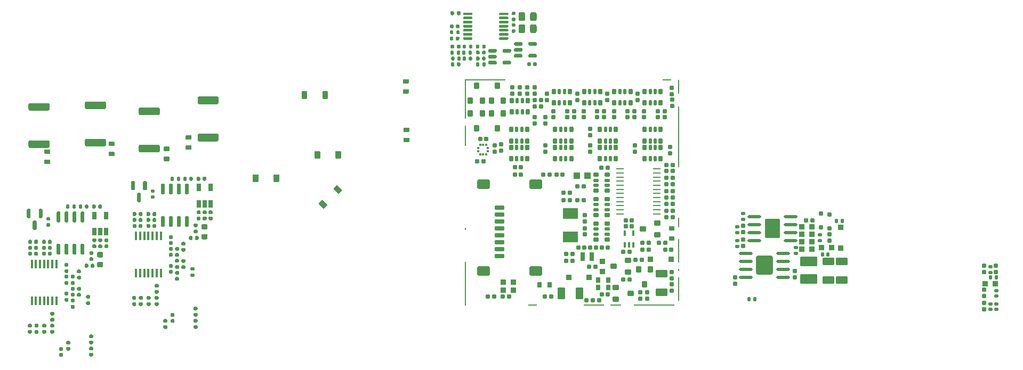
<source format=gbp>
G75*
G70*
%OFA0B0*%
%FSLAX25Y25*%
%IPPOS*%
%LPD*%
%AMOC8*
5,1,8,0,0,1.08239X$1,22.5*
%
%AMM103*
21,1,0.019680,0.019680,-0.000000,0.000000,90.000000*
21,1,0.015750,0.023620,-0.000000,0.000000,90.000000*
1,1,0.003940,0.009840,0.007870*
1,1,0.003940,0.009840,-0.007870*
1,1,0.003940,-0.009840,-0.007870*
1,1,0.003940,-0.009840,0.007870*
%
%AMM104*
21,1,0.019680,0.019680,-0.000000,0.000000,0.000000*
21,1,0.015750,0.023620,-0.000000,0.000000,0.000000*
1,1,0.003940,0.007870,-0.009840*
1,1,0.003940,-0.007870,-0.009840*
1,1,0.003940,-0.007870,0.009840*
1,1,0.003940,0.007870,0.009840*
%
%AMM119*
21,1,0.033470,0.026770,-0.000000,0.000000,0.000000*
21,1,0.026770,0.033470,-0.000000,0.000000,0.000000*
1,1,0.006690,0.013390,-0.013390*
1,1,0.006690,-0.013390,-0.013390*
1,1,0.006690,-0.013390,0.013390*
1,1,0.006690,0.013390,0.013390*
%
%AMM120*
21,1,0.023620,0.018900,-0.000000,0.000000,270.000000*
21,1,0.018900,0.023620,-0.000000,0.000000,270.000000*
1,1,0.004720,-0.009450,-0.009450*
1,1,0.004720,-0.009450,0.009450*
1,1,0.004720,0.009450,0.009450*
1,1,0.004720,0.009450,-0.009450*
%
%AMM134*
21,1,0.035830,0.026770,-0.000000,-0.000000,180.000000*
21,1,0.029130,0.033470,-0.000000,-0.000000,180.000000*
1,1,0.006690,-0.014570,0.013390*
1,1,0.006690,0.014570,0.013390*
1,1,0.006690,0.014570,-0.013390*
1,1,0.006690,-0.014570,-0.013390*
%
%AMM135*
21,1,0.070870,0.036220,-0.000000,-0.000000,270.000000*
21,1,0.061810,0.045280,-0.000000,-0.000000,270.000000*
1,1,0.009060,-0.018110,-0.030910*
1,1,0.009060,-0.018110,0.030910*
1,1,0.009060,0.018110,0.030910*
1,1,0.009060,0.018110,-0.030910*
%
%AMM136*
21,1,0.033470,0.026770,-0.000000,-0.000000,180.000000*
21,1,0.026770,0.033470,-0.000000,-0.000000,180.000000*
1,1,0.006690,-0.013390,0.013390*
1,1,0.006690,0.013390,0.013390*
1,1,0.006690,0.013390,-0.013390*
1,1,0.006690,-0.013390,-0.013390*
%
%AMM170*
21,1,0.035830,0.026770,0.000000,-0.000000,270.000000*
21,1,0.029130,0.033470,0.000000,-0.000000,270.000000*
1,1,0.006690,-0.013390,-0.014570*
1,1,0.006690,-0.013390,0.014570*
1,1,0.006690,0.013390,0.014570*
1,1,0.006690,0.013390,-0.014570*
%
%AMM171*
21,1,0.070870,0.036220,0.000000,-0.000000,0.000000*
21,1,0.061810,0.045280,0.000000,-0.000000,0.000000*
1,1,0.009060,0.030910,-0.018110*
1,1,0.009060,-0.030910,-0.018110*
1,1,0.009060,-0.030910,0.018110*
1,1,0.009060,0.030910,0.018110*
%
%AMM174*
21,1,0.023620,0.018900,0.000000,-0.000000,0.000000*
21,1,0.018900,0.023620,0.000000,-0.000000,0.000000*
1,1,0.004720,0.009450,-0.009450*
1,1,0.004720,-0.009450,-0.009450*
1,1,0.004720,-0.009450,0.009450*
1,1,0.004720,0.009450,0.009450*
%
%AMM175*
21,1,0.019680,0.019680,0.000000,-0.000000,270.000000*
21,1,0.015750,0.023620,0.000000,-0.000000,270.000000*
1,1,0.003940,-0.009840,-0.007870*
1,1,0.003940,-0.009840,0.007870*
1,1,0.003940,0.009840,0.007870*
1,1,0.003940,0.009840,-0.007870*
%
%AMM176*
21,1,0.019680,0.019680,0.000000,-0.000000,180.000000*
21,1,0.015750,0.023620,0.000000,-0.000000,180.000000*
1,1,0.003940,-0.007870,0.009840*
1,1,0.003940,0.007870,0.009840*
1,1,0.003940,0.007870,-0.009840*
1,1,0.003940,-0.007870,-0.009840*
%
%AMM190*
21,1,0.106300,0.050390,0.000000,-0.000000,0.000000*
21,1,0.093700,0.062990,0.000000,-0.000000,0.000000*
1,1,0.012600,0.046850,-0.025200*
1,1,0.012600,-0.046850,-0.025200*
1,1,0.012600,-0.046850,0.025200*
1,1,0.012600,0.046850,0.025200*
%
%AMM191*
21,1,0.033470,0.026770,0.000000,-0.000000,180.000000*
21,1,0.026770,0.033470,0.000000,-0.000000,180.000000*
1,1,0.006690,-0.013390,0.013390*
1,1,0.006690,0.013390,0.013390*
1,1,0.006690,0.013390,-0.013390*
1,1,0.006690,-0.013390,-0.013390*
%
%AMM192*
21,1,0.023620,0.018900,0.000000,-0.000000,90.000000*
21,1,0.018900,0.023620,0.000000,-0.000000,90.000000*
1,1,0.004720,0.009450,0.009450*
1,1,0.004720,0.009450,-0.009450*
1,1,0.004720,-0.009450,-0.009450*
1,1,0.004720,-0.009450,0.009450*
%
%AMM193*
21,1,0.122050,0.075590,0.000000,-0.000000,90.000000*
21,1,0.103150,0.094490,0.000000,-0.000000,90.000000*
1,1,0.018900,0.037800,0.051580*
1,1,0.018900,0.037800,-0.051580*
1,1,0.018900,-0.037800,-0.051580*
1,1,0.018900,-0.037800,0.051580*
%
%AMM194*
21,1,0.118110,0.083460,0.000000,-0.000000,270.000000*
21,1,0.097240,0.104330,0.000000,-0.000000,270.000000*
1,1,0.020870,-0.041730,-0.048620*
1,1,0.020870,-0.041730,0.048620*
1,1,0.020870,0.041730,0.048620*
1,1,0.020870,0.041730,-0.048620*
%
%AMM255*
21,1,0.025590,0.026380,-0.000000,-0.000000,90.000000*
21,1,0.020470,0.031500,-0.000000,-0.000000,90.000000*
1,1,0.005120,0.013190,0.010240*
1,1,0.005120,0.013190,-0.010240*
1,1,0.005120,-0.013190,-0.010240*
1,1,0.005120,-0.013190,0.010240*
%
%AMM256*
21,1,0.017720,0.027950,-0.000000,-0.000000,90.000000*
21,1,0.014170,0.031500,-0.000000,-0.000000,90.000000*
1,1,0.003540,0.013980,0.007090*
1,1,0.003540,0.013980,-0.007090*
1,1,0.003540,-0.013980,-0.007090*
1,1,0.003540,-0.013980,0.007090*
%
%AMM259*
21,1,0.027560,0.018900,-0.000000,-0.000000,270.000000*
21,1,0.022840,0.023620,-0.000000,-0.000000,270.000000*
1,1,0.004720,-0.009450,-0.011420*
1,1,0.004720,-0.009450,0.011420*
1,1,0.004720,0.009450,0.011420*
1,1,0.004720,0.009450,-0.011420*
%
%AMM261*
21,1,0.027560,0.018900,-0.000000,-0.000000,0.000000*
21,1,0.022840,0.023620,-0.000000,-0.000000,0.000000*
1,1,0.004720,0.011420,-0.009450*
1,1,0.004720,-0.011420,-0.009450*
1,1,0.004720,-0.011420,0.009450*
1,1,0.004720,0.011420,0.009450*
%
%AMM263*
21,1,0.035430,0.030320,-0.000000,-0.000000,90.000000*
21,1,0.028350,0.037400,-0.000000,-0.000000,90.000000*
1,1,0.007090,0.015160,0.014170*
1,1,0.007090,0.015160,-0.014170*
1,1,0.007090,-0.015160,-0.014170*
1,1,0.007090,-0.015160,0.014170*
%
%AMM266*
21,1,0.027560,0.030710,-0.000000,-0.000000,180.000000*
21,1,0.022050,0.036220,-0.000000,-0.000000,180.000000*
1,1,0.005510,-0.011020,0.015350*
1,1,0.005510,0.011020,0.015350*
1,1,0.005510,0.011020,-0.015350*
1,1,0.005510,-0.011020,-0.015350*
%
%AMM287*
21,1,0.033470,0.026770,-0.000000,-0.000000,270.000000*
21,1,0.026770,0.033470,-0.000000,-0.000000,270.000000*
1,1,0.006690,-0.013390,-0.013390*
1,1,0.006690,-0.013390,0.013390*
1,1,0.006690,0.013390,0.013390*
1,1,0.006690,0.013390,-0.013390*
%
%AMM288*
21,1,0.025590,0.026380,-0.000000,-0.000000,180.000000*
21,1,0.020470,0.031500,-0.000000,-0.000000,180.000000*
1,1,0.005120,-0.010240,0.013190*
1,1,0.005120,0.010240,0.013190*
1,1,0.005120,0.010240,-0.013190*
1,1,0.005120,-0.010240,-0.013190*
%
%AMM289*
21,1,0.017720,0.027950,-0.000000,-0.000000,180.000000*
21,1,0.014170,0.031500,-0.000000,-0.000000,180.000000*
1,1,0.003540,-0.007090,0.013980*
1,1,0.003540,0.007090,0.013980*
1,1,0.003540,0.007090,-0.013980*
1,1,0.003540,-0.007090,-0.013980*
%
%AMM290*
21,1,0.078740,0.045670,-0.000000,-0.000000,0.000000*
21,1,0.067320,0.057090,-0.000000,-0.000000,0.000000*
1,1,0.011420,0.033660,-0.022840*
1,1,0.011420,-0.033660,-0.022840*
1,1,0.011420,-0.033660,0.022840*
1,1,0.011420,0.033660,0.022840*
%
%AMM291*
21,1,0.059060,0.020470,-0.000000,-0.000000,0.000000*
21,1,0.053940,0.025590,-0.000000,-0.000000,0.000000*
1,1,0.005120,0.026970,-0.010240*
1,1,0.005120,-0.026970,-0.010240*
1,1,0.005120,-0.026970,0.010240*
1,1,0.005120,0.026970,0.010240*
%
%AMM292*
21,1,0.035430,0.030320,-0.000000,-0.000000,0.000000*
21,1,0.028350,0.037400,-0.000000,-0.000000,0.000000*
1,1,0.007090,0.014170,-0.015160*
1,1,0.007090,-0.014170,-0.015160*
1,1,0.007090,-0.014170,0.015160*
1,1,0.007090,0.014170,0.015160*
%
%AMM293*
21,1,0.012600,0.028980,-0.000000,-0.000000,0.000000*
21,1,0.010080,0.031500,-0.000000,-0.000000,0.000000*
1,1,0.002520,0.005040,-0.014490*
1,1,0.002520,-0.005040,-0.014490*
1,1,0.002520,-0.005040,0.014490*
1,1,0.002520,0.005040,0.014490*
%
%AMM294*
21,1,0.070870,0.036220,-0.000000,-0.000000,180.000000*
21,1,0.061810,0.045280,-0.000000,-0.000000,180.000000*
1,1,0.009060,-0.030910,0.018110*
1,1,0.009060,0.030910,0.018110*
1,1,0.009060,0.030910,-0.018110*
1,1,0.009060,-0.030910,-0.018110*
%
%AMM295*
21,1,0.027560,0.049610,-0.000000,-0.000000,180.000000*
21,1,0.022050,0.055120,-0.000000,-0.000000,180.000000*
1,1,0.005510,-0.011020,0.024800*
1,1,0.005510,0.011020,0.024800*
1,1,0.005510,0.011020,-0.024800*
1,1,0.005510,-0.011020,-0.024800*
%
%AMM296*
21,1,0.027560,0.030710,-0.000000,-0.000000,270.000000*
21,1,0.022050,0.036220,-0.000000,-0.000000,270.000000*
1,1,0.005510,-0.015350,-0.011020*
1,1,0.005510,-0.015350,0.011020*
1,1,0.005510,0.015350,0.011020*
1,1,0.005510,0.015350,-0.011020*
%
%ADD221R,0.01378X0.01476*%
%ADD224O,0.04961X0.00984*%
%ADD226R,0.09449X0.06693*%
%ADD227R,0.01476X0.01378*%
%ADD229R,0.03937X0.04331*%
%ADD260M103*%
%ADD261M104*%
%ADD277M119*%
%ADD278M120*%
%ADD279O,0.08661X0.01968*%
%ADD294M134*%
%ADD295M135*%
%ADD296M136*%
%ADD330M170*%
%ADD331M171*%
%ADD334M174*%
%ADD335M175*%
%ADD336M176*%
%ADD350M190*%
%ADD351M191*%
%ADD352M192*%
%ADD353M193*%
%ADD354M194*%
%ADD371R,0.01772X0.05709*%
%ADD372R,0.02559X0.04803*%
%ADD448M255*%
%ADD449M256*%
%ADD452M259*%
%ADD454M261*%
%ADD456M263*%
%ADD459M266*%
%ADD48R,0.00787X0.14567*%
%ADD480M287*%
%ADD481M288*%
%ADD482M289*%
%ADD483M290*%
%ADD484M291*%
%ADD485M292*%
%ADD486M293*%
%ADD487M294*%
%ADD488M295*%
%ADD489M296*%
%ADD49R,0.00787X0.01575*%
%ADD50R,0.00787X0.06299*%
%ADD51R,0.00787X0.38189*%
%ADD52R,0.00787X0.09055*%
%ADD53R,0.05512X0.00787*%
%ADD54R,0.25197X0.00787*%
%ADD55R,0.06693X0.00787*%
%ADD56R,0.12992X0.00787*%
%ADD57R,0.00787X0.27559*%
%ADD58R,0.00787X0.12992*%
%ADD59R,0.00787X0.24803*%
X0000000Y0000000D02*
%LPD*%
G01*
G36*
G01*
X0100000Y0171949D02*
X0088780Y0171949D01*
G75*
G02*
X0087795Y0172933I0000000J0000984D01*
G01*
X0087795Y0175788D01*
G75*
G02*
X0088780Y0176772I0000984J0000000D01*
G01*
X0100000Y0176772D01*
G75*
G02*
X0100984Y0175788I0000000J-000984D01*
G01*
X0100984Y0172933D01*
G75*
G02*
X0100000Y0171949I-000984J0000000D01*
G01*
G37*
G36*
G01*
X0100000Y0195276D02*
X0088780Y0195276D01*
G75*
G02*
X0087795Y0196260I0000000J0000984D01*
G01*
X0087795Y0199114D01*
G75*
G02*
X0088780Y0200099I0000984J0000000D01*
G01*
X0100000Y0200099D01*
G75*
G02*
X0100984Y0199114I0000000J-000984D01*
G01*
X0100984Y0196260D01*
G75*
G02*
X0100000Y0195276I-000984J0000000D01*
G01*
G37*
G36*
G01*
X0136811Y0178839D02*
X0125591Y0178839D01*
G75*
G02*
X0124606Y0179823I0000000J0000984D01*
G01*
X0124606Y0182677D01*
G75*
G02*
X0125591Y0183662I0000984J0000000D01*
G01*
X0136811Y0183662D01*
G75*
G02*
X0137795Y0182677I0000000J-000984D01*
G01*
X0137795Y0179823D01*
G75*
G02*
X0136811Y0178839I-000984J0000000D01*
G01*
G37*
G36*
G01*
X0136811Y0202165D02*
X0125591Y0202165D01*
G75*
G02*
X0124606Y0203150I0000000J0000984D01*
G01*
X0124606Y0206004D01*
G75*
G02*
X0125591Y0206988I0000984J0000000D01*
G01*
X0136811Y0206988D01*
G75*
G02*
X0137795Y0206004I0000000J-000984D01*
G01*
X0137795Y0203150D01*
G75*
G02*
X0136811Y0202165I-000984J0000000D01*
G01*
G37*
G36*
G01*
X0072303Y0169587D02*
X0069232Y0169587D01*
G75*
G02*
X0068957Y0169862I0000000J0000276D01*
G01*
X0068957Y0172067D01*
G75*
G02*
X0069232Y0172343I0000276J0000000D01*
G01*
X0072303Y0172343D01*
G75*
G02*
X0072579Y0172067I0000000J-000276D01*
G01*
X0072579Y0169862D01*
G75*
G02*
X0072303Y0169587I-000276J0000000D01*
G01*
G37*
G36*
G01*
X0072303Y0175886D02*
X0069232Y0175886D01*
G75*
G02*
X0068957Y0176162I0000000J0000276D01*
G01*
X0068957Y0178366D01*
G75*
G02*
X0069232Y0178642I0000276J0000000D01*
G01*
X0072303Y0178642D01*
G75*
G02*
X0072579Y0178366I0000000J-000276D01*
G01*
X0072579Y0176162D01*
G75*
G02*
X0072303Y0175886I-000276J0000000D01*
G01*
G37*
G36*
G01*
X0206181Y0209882D02*
X0206181Y0205866D01*
G75*
G02*
X0205827Y0205512I-000354J0000000D01*
G01*
X0202992Y0205512D01*
G75*
G02*
X0202638Y0205866I0000000J0000354D01*
G01*
X0202638Y0209882D01*
G75*
G02*
X0202992Y0210236I0000354J0000000D01*
G01*
X0205827Y0210236D01*
G75*
G02*
X0206181Y0209882I0000000J-000354D01*
G01*
G37*
G36*
G01*
X0193189Y0209882D02*
X0193189Y0205866D01*
G75*
G02*
X0192835Y0205512I-000354J0000000D01*
G01*
X0190000Y0205512D01*
G75*
G02*
X0189646Y0205866I0000000J0000354D01*
G01*
X0189646Y0209882D01*
G75*
G02*
X0190000Y0210236I0000354J0000000D01*
G01*
X0192835Y0210236D01*
G75*
G02*
X0193189Y0209882I0000000J-000354D01*
G01*
G37*
G36*
G01*
X0212154Y0151313D02*
X0214994Y0148473D01*
G75*
G02*
X0214994Y0147972I-000251J-000251D01*
G01*
X0212989Y0145968D01*
G75*
G02*
X0212488Y0145968I-000251J0000251D01*
G01*
X0209649Y0148807D01*
G75*
G02*
X0209649Y0149308I0000251J0000251D01*
G01*
X0211653Y0151313D01*
G75*
G02*
X0212154Y0151313I0000251J-000251D01*
G01*
G37*
G36*
G01*
X0202967Y0142126D02*
X0205807Y0139286D01*
G75*
G02*
X0205807Y0138785I-000251J-000251D01*
G01*
X0203803Y0136781D01*
G75*
G02*
X0203301Y0136781I-000251J0000251D01*
G01*
X0200462Y0139620D01*
G75*
G02*
X0200462Y0140122I0000251J0000251D01*
G01*
X0202466Y0142126D01*
G75*
G02*
X0202967Y0142126I0000251J-000251D01*
G01*
G37*
G36*
G01*
X0256358Y0208760D02*
X0253287Y0208760D01*
G75*
G02*
X0253012Y0209036I0000000J0000276D01*
G01*
X0253012Y0211240D01*
G75*
G02*
X0253287Y0211516I0000276J0000000D01*
G01*
X0256358Y0211516D01*
G75*
G02*
X0256634Y0211240I0000000J-000276D01*
G01*
X0256634Y0209036D01*
G75*
G02*
X0256358Y0208760I-000276J0000000D01*
G01*
G37*
G36*
G01*
X0256358Y0215059D02*
X0253287Y0215059D01*
G75*
G02*
X0253012Y0215335I0000000J0000276D01*
G01*
X0253012Y0217539D01*
G75*
G02*
X0253287Y0217815I0000276J0000000D01*
G01*
X0256358Y0217815D01*
G75*
G02*
X0256634Y0217539I0000000J-000276D01*
G01*
X0256634Y0215335D01*
G75*
G02*
X0256358Y0215059I-000276J0000000D01*
G01*
G37*
G36*
G01*
X0120531Y0173622D02*
X0117461Y0173622D01*
G75*
G02*
X0117185Y0173898I0000000J0000276D01*
G01*
X0117185Y0176102D01*
G75*
G02*
X0117461Y0176378I0000276J0000000D01*
G01*
X0120531Y0176378D01*
G75*
G02*
X0120807Y0176102I0000000J-000276D01*
G01*
X0120807Y0173898D01*
G75*
G02*
X0120531Y0173622I-000276J0000000D01*
G01*
G37*
G36*
G01*
X0120531Y0179921D02*
X0117461Y0179921D01*
G75*
G02*
X0117185Y0180197I0000000J0000276D01*
G01*
X0117185Y0182402D01*
G75*
G02*
X0117461Y0182677I0000276J0000000D01*
G01*
X0120531Y0182677D01*
G75*
G02*
X0120807Y0182402I0000000J-000276D01*
G01*
X0120807Y0180197D01*
G75*
G02*
X0120531Y0179921I-000276J0000000D01*
G01*
G37*
G36*
G01*
X0066339Y0175689D02*
X0055118Y0175689D01*
G75*
G02*
X0054134Y0176673I0000000J0000984D01*
G01*
X0054134Y0179528D01*
G75*
G02*
X0055118Y0180512I0000984J0000000D01*
G01*
X0066339Y0180512D01*
G75*
G02*
X0067323Y0179528I0000000J-000984D01*
G01*
X0067323Y0176673D01*
G75*
G02*
X0066339Y0175689I-000984J0000000D01*
G01*
G37*
G36*
G01*
X0066339Y0199016D02*
X0055118Y0199016D01*
G75*
G02*
X0054134Y0200000I0000000J0000984D01*
G01*
X0054134Y0202854D01*
G75*
G02*
X0055118Y0203839I0000984J0000000D01*
G01*
X0066339Y0203839D01*
G75*
G02*
X0067323Y0202854I0000000J-000984D01*
G01*
X0067323Y0200000D01*
G75*
G02*
X0066339Y0199016I-000984J0000000D01*
G01*
G37*
G36*
G01*
X0256752Y0178445D02*
X0253681Y0178445D01*
G75*
G02*
X0253405Y0178721I0000000J0000276D01*
G01*
X0253405Y0180925D01*
G75*
G02*
X0253681Y0181201I0000276J0000000D01*
G01*
X0256752Y0181201D01*
G75*
G02*
X0257028Y0180925I0000000J-000276D01*
G01*
X0257028Y0178721D01*
G75*
G02*
X0256752Y0178445I-000276J0000000D01*
G01*
G37*
G36*
G01*
X0256752Y0184744D02*
X0253681Y0184744D01*
G75*
G02*
X0253405Y0185020I0000000J0000276D01*
G01*
X0253405Y0187225D01*
G75*
G02*
X0253681Y0187500I0000276J0000000D01*
G01*
X0256752Y0187500D01*
G75*
G02*
X0257028Y0187225I0000000J-000276D01*
G01*
X0257028Y0185020D01*
G75*
G02*
X0256752Y0184744I-000276J0000000D01*
G01*
G37*
G36*
G01*
X0214272Y0172480D02*
X0214272Y0168465D01*
G75*
G02*
X0213917Y0168110I-000354J0000000D01*
G01*
X0211083Y0168110D01*
G75*
G02*
X0210728Y0168465I0000000J0000354D01*
G01*
X0210728Y0172480D01*
G75*
G02*
X0211083Y0172835I0000354J0000000D01*
G01*
X0213917Y0172835D01*
G75*
G02*
X0214272Y0172480I0000000J-000354D01*
G01*
G37*
G36*
G01*
X0201280Y0172480D02*
X0201280Y0168465D01*
G75*
G02*
X0200925Y0168110I-000354J0000000D01*
G01*
X0198091Y0168110D01*
G75*
G02*
X0197736Y0168465I0000000J0000354D01*
G01*
X0197736Y0172480D01*
G75*
G02*
X0198091Y0172835I0000354J0000000D01*
G01*
X0200925Y0172835D01*
G75*
G02*
X0201280Y0172480I0000000J-000354D01*
G01*
G37*
G36*
G01*
X0175669Y0157815D02*
X0175669Y0153799D01*
G75*
G02*
X0175315Y0153445I-000354J0000000D01*
G01*
X0172480Y0153445D01*
G75*
G02*
X0172126Y0153799I0000000J0000354D01*
G01*
X0172126Y0157815D01*
G75*
G02*
X0172480Y0158169I0000354J0000000D01*
G01*
X0175315Y0158169D01*
G75*
G02*
X0175669Y0157815I0000000J-000354D01*
G01*
G37*
G36*
G01*
X0162677Y0157815D02*
X0162677Y0153799D01*
G75*
G02*
X0162323Y0153445I-000354J0000000D01*
G01*
X0159488Y0153445D01*
G75*
G02*
X0159134Y0153799I0000000J0000354D01*
G01*
X0159134Y0157815D01*
G75*
G02*
X0159488Y0158169I0000354J0000000D01*
G01*
X0162323Y0158169D01*
G75*
G02*
X0162677Y0157815I0000000J-000354D01*
G01*
G37*
G36*
G01*
X0032146Y0164764D02*
X0029075Y0164764D01*
G75*
G02*
X0028799Y0165039I0000000J0000276D01*
G01*
X0028799Y0167244D01*
G75*
G02*
X0029075Y0167520I0000276J0000000D01*
G01*
X0032146Y0167520D01*
G75*
G02*
X0032421Y0167244I0000000J-000276D01*
G01*
X0032421Y0165039D01*
G75*
G02*
X0032146Y0164764I-000276J0000000D01*
G01*
G37*
G36*
G01*
X0032146Y0171063D02*
X0029075Y0171063D01*
G75*
G02*
X0028799Y0171339I0000000J0000276D01*
G01*
X0028799Y0173543D01*
G75*
G02*
X0029075Y0173819I0000276J0000000D01*
G01*
X0032146Y0173819D01*
G75*
G02*
X0032421Y0173543I0000000J-000276D01*
G01*
X0032421Y0171339D01*
G75*
G02*
X0032146Y0171063I-000276J0000000D01*
G01*
G37*
G36*
G01*
X0031102Y0174705D02*
X0019882Y0174705D01*
G75*
G02*
X0018898Y0175689I0000000J0000984D01*
G01*
X0018898Y0178543D01*
G75*
G02*
X0019882Y0179528I0000984J0000000D01*
G01*
X0031102Y0179528D01*
G75*
G02*
X0032087Y0178543I0000000J-000984D01*
G01*
X0032087Y0175689D01*
G75*
G02*
X0031102Y0174705I-000984J0000000D01*
G01*
G37*
G36*
G01*
X0031102Y0198032D02*
X0019882Y0198032D01*
G75*
G02*
X0018898Y0199016I0000000J0000984D01*
G01*
X0018898Y0201870D01*
G75*
G02*
X0019882Y0202854I0000984J0000000D01*
G01*
X0031102Y0202854D01*
G75*
G02*
X0032087Y0201870I0000000J-000984D01*
G01*
X0032087Y0199016D01*
G75*
G02*
X0031102Y0198032I-000984J0000000D01*
G01*
G37*
G36*
G01*
X0106752Y0166536D02*
X0103681Y0166536D01*
G75*
G02*
X0103405Y0166811I0000000J0000276D01*
G01*
X0103405Y0169016D01*
G75*
G02*
X0103681Y0169291I0000276J0000000D01*
G01*
X0106752Y0169291D01*
G75*
G02*
X0107028Y0169016I0000000J-000276D01*
G01*
X0107028Y0166811D01*
G75*
G02*
X0106752Y0166536I-000276J0000000D01*
G01*
G37*
G36*
G01*
X0106752Y0172835D02*
X0103681Y0172835D01*
G75*
G02*
X0103405Y0173110I0000000J0000276D01*
G01*
X0103405Y0175315D01*
G75*
G02*
X0103681Y0175591I0000276J0000000D01*
G01*
X0106752Y0175591D01*
G75*
G02*
X0107028Y0175315I0000000J-000276D01*
G01*
X0107028Y0173110D01*
G75*
G02*
X0106752Y0172835I-000276J0000000D01*
G01*
G37*
X0450492Y0141929D02*
G01*
G75*
D330*
X0526870Y0112014D02*
D03*
X0526870Y0125006D02*
D03*
D331*
X0527264Y0092154D02*
D03*
X0527264Y0103571D02*
D03*
X0519232Y0092154D02*
D03*
X0519232Y0103571D02*
D03*
D334*
X0505216Y0129527D02*
D03*
X0509153Y0129527D02*
D03*
X0519783Y0132874D02*
D03*
X0519783Y0124212D02*
D03*
X0514535Y0133661D02*
D03*
X0514535Y0125000D02*
D03*
D335*
X0461909Y0121774D02*
D03*
X0461909Y0125318D02*
D03*
X0498642Y0112383D02*
D03*
X0498642Y0108839D02*
D03*
X0513747Y0120380D02*
D03*
X0513747Y0116837D02*
D03*
X0461909Y0113156D02*
D03*
X0461909Y0116699D02*
D03*
X0465846Y0133661D02*
D03*
X0465846Y0130118D02*
D03*
D336*
X0515322Y0108176D02*
D03*
X0518866Y0108176D02*
D03*
X0527724Y0128943D02*
D03*
X0524180Y0128943D02*
D03*
X0469407Y0080179D02*
D03*
X0472951Y0080179D02*
D03*
D350*
X0506791Y0092716D02*
D03*
X0506791Y0103740D02*
D03*
D351*
X0502468Y0125394D02*
D03*
X0508688Y0125394D02*
D03*
X0502468Y0111300D02*
D03*
X0508688Y0111300D02*
D03*
X0502468Y0115991D02*
D03*
X0508688Y0115991D02*
D03*
X0502468Y0120683D02*
D03*
X0508688Y0120683D02*
D03*
X0514712Y0112481D02*
D03*
X0520933Y0112481D02*
D03*
D352*
X0465846Y0121971D02*
D03*
X0465846Y0125908D02*
D03*
X0465846Y0117290D02*
D03*
X0465846Y0113353D02*
D03*
X0519783Y0120577D02*
D03*
X0519783Y0116640D02*
D03*
X0498169Y0097644D02*
D03*
X0498169Y0093707D02*
D03*
X0460728Y0089868D02*
D03*
X0460728Y0093806D02*
D03*
D279*
X0472606Y0116857D02*
D03*
X0472606Y0121857D02*
D03*
X0472606Y0126857D02*
D03*
X0472606Y0131857D02*
D03*
X0495243Y0116857D02*
D03*
X0495243Y0121857D02*
D03*
X0495243Y0126857D02*
D03*
X0495243Y0131857D02*
D03*
X0467323Y0093790D02*
D03*
X0467323Y0098790D02*
D03*
X0467323Y0103790D02*
D03*
X0467323Y0108790D02*
D03*
X0490748Y0093790D02*
D03*
X0490748Y0098790D02*
D03*
X0490748Y0103790D02*
D03*
X0490748Y0108790D02*
D03*
D353*
X0483924Y0124357D02*
D03*
D354*
X0479035Y0101290D02*
D03*
X0626673Y0069094D02*
G01*
G75*
D278*
X0616437Y0097047D02*
D03*
X0616437Y0100984D02*
D03*
X0616437Y0085924D02*
D03*
X0616437Y0081987D02*
D03*
X0616437Y0077558D02*
D03*
X0616437Y0073621D02*
D03*
X0623720Y0097047D02*
D03*
X0623720Y0100984D02*
D03*
D261*
X0623917Y0093662D02*
D03*
X0620374Y0093662D02*
D03*
D277*
X0617204Y0089777D02*
D03*
X0623425Y0089777D02*
D03*
D260*
X0620374Y0077165D02*
D03*
X0620374Y0073622D02*
D03*
X0623917Y0085531D02*
D03*
X0623917Y0081988D02*
D03*
X0620316Y0100393D02*
D03*
X0620316Y0096850D02*
D03*
X0623917Y0073622D02*
D03*
X0623917Y0077165D02*
D03*
X0339469Y0262402D02*
%LPD*%
G01*
G36*
G01*
X0322540Y0231808D02*
X0322540Y0232989D01*
G75*
G02*
X0323130Y0233580I0000591J0000000D01*
G01*
X0327166Y0233580D01*
G75*
G02*
X0327756Y0232989I0000000J-000591D01*
G01*
X0327756Y0231808D01*
G75*
G02*
X0327166Y0231218I-000591J0000000D01*
G01*
X0323130Y0231218D01*
G75*
G02*
X0322540Y0231808I0000000J0000591D01*
G01*
G37*
G36*
G01*
X0322540Y0235549D02*
X0322540Y0236730D01*
G75*
G02*
X0323130Y0237320I0000591J0000000D01*
G01*
X0327166Y0237320D01*
G75*
G02*
X0327756Y0236730I0000000J-000591D01*
G01*
X0327756Y0235549D01*
G75*
G02*
X0327166Y0234958I-000591J0000000D01*
G01*
X0323130Y0234958D01*
G75*
G02*
X0322540Y0235549I0000000J0000591D01*
G01*
G37*
G36*
G01*
X0322540Y0239289D02*
X0322540Y0240470D01*
G75*
G02*
X0323130Y0241060I0000591J0000000D01*
G01*
X0327166Y0241060D01*
G75*
G02*
X0327756Y0240470I0000000J-000591D01*
G01*
X0327756Y0239289D01*
G75*
G02*
X0327166Y0238698I-000591J0000000D01*
G01*
X0323130Y0238698D01*
G75*
G02*
X0322540Y0239289I0000000J0000591D01*
G01*
G37*
G36*
G01*
X0331497Y0239289D02*
X0331497Y0240470D01*
G75*
G02*
X0332087Y0241060I0000591J0000000D01*
G01*
X0336123Y0241060D01*
G75*
G02*
X0336713Y0240470I0000000J-000591D01*
G01*
X0336713Y0239289D01*
G75*
G02*
X0336123Y0238698I-000591J0000000D01*
G01*
X0332087Y0238698D01*
G75*
G02*
X0331497Y0239289I0000000J0000591D01*
G01*
G37*
G36*
G01*
X0331497Y0231808D02*
X0331497Y0232989D01*
G75*
G02*
X0332087Y0233580I0000591J0000000D01*
G01*
X0336123Y0233580D01*
G75*
G02*
X0336713Y0232989I0000000J-000591D01*
G01*
X0336713Y0231808D01*
G75*
G02*
X0336123Y0231218I-000591J0000000D01*
G01*
X0332087Y0231218D01*
G75*
G02*
X0331497Y0231808I0000000J0000591D01*
G01*
G37*
G36*
G01*
X0322815Y0254095D02*
X0321477Y0254095D01*
G75*
G02*
X0320926Y0254646I0000000J0000551D01*
G01*
X0320926Y0255748D01*
G75*
G02*
X0321477Y0256300I0000551J0000000D01*
G01*
X0322815Y0256300D01*
G75*
G02*
X0323367Y0255748I0000000J-000551D01*
G01*
X0323367Y0254646D01*
G75*
G02*
X0322815Y0254095I-000551J0000000D01*
G01*
G37*
G36*
G01*
X0322815Y0257874D02*
X0321477Y0257874D01*
G75*
G02*
X0320926Y0258426I0000000J0000551D01*
G01*
X0320926Y0259528D01*
G75*
G02*
X0321477Y0260079I0000551J0000000D01*
G01*
X0322815Y0260079D01*
G75*
G02*
X0323367Y0259528I0000000J-000551D01*
G01*
X0323367Y0258426D01*
G75*
G02*
X0322815Y0257874I-000551J0000000D01*
G01*
G37*
G36*
G01*
X0296300Y0231378D02*
X0296300Y0230040D01*
G75*
G02*
X0295749Y0229489I-000551J0000000D01*
G01*
X0294646Y0229489D01*
G75*
G02*
X0294095Y0230040I0000000J0000551D01*
G01*
X0294095Y0231378D01*
G75*
G02*
X0294646Y0231930I0000551J0000000D01*
G01*
X0295749Y0231930D01*
G75*
G02*
X0296300Y0231378I0000000J-000551D01*
G01*
G37*
G36*
G01*
X0292520Y0231378D02*
X0292520Y0230040D01*
G75*
G02*
X0291969Y0229489I-000551J0000000D01*
G01*
X0290867Y0229489D01*
G75*
G02*
X0290315Y0230040I0000000J0000551D01*
G01*
X0290315Y0231378D01*
G75*
G02*
X0290867Y0231930I0000551J0000000D01*
G01*
X0291969Y0231930D01*
G75*
G02*
X0292520Y0231378I0000000J-000551D01*
G01*
G37*
G36*
G01*
X0282953Y0226378D02*
X0282953Y0227717D01*
G75*
G02*
X0283504Y0228268I0000551J0000000D01*
G01*
X0284607Y0228268D01*
G75*
G02*
X0285158Y0227717I0000000J-000551D01*
G01*
X0285158Y0226378D01*
G75*
G02*
X0284607Y0225827I-000551J0000000D01*
G01*
X0283504Y0225827D01*
G75*
G02*
X0282953Y0226378I0000000J0000551D01*
G01*
G37*
G36*
G01*
X0286733Y0226378D02*
X0286733Y0227717D01*
G75*
G02*
X0287284Y0228268I0000551J0000000D01*
G01*
X0288386Y0228268D01*
G75*
G02*
X0288938Y0227717I0000000J-000551D01*
G01*
X0288938Y0226378D01*
G75*
G02*
X0288386Y0225827I-000551J0000000D01*
G01*
X0287284Y0225827D01*
G75*
G02*
X0286733Y0226378I0000000J0000551D01*
G01*
G37*
G36*
G01*
X0304705Y0235119D02*
X0304705Y0233780D01*
G75*
G02*
X0304154Y0233229I-000551J0000000D01*
G01*
X0303052Y0233229D01*
G75*
G02*
X0302500Y0233780I0000000J0000551D01*
G01*
X0302500Y0235119D01*
G75*
G02*
X0303052Y0235670I0000551J0000000D01*
G01*
X0304154Y0235670D01*
G75*
G02*
X0304705Y0235119I0000000J-000551D01*
G01*
G37*
G36*
G01*
X0300926Y0235119D02*
X0300926Y0233780D01*
G75*
G02*
X0300375Y0233229I-000551J0000000D01*
G01*
X0299272Y0233229D01*
G75*
G02*
X0298721Y0233780I0000000J0000551D01*
G01*
X0298721Y0235119D01*
G75*
G02*
X0299272Y0235670I0000551J0000000D01*
G01*
X0300375Y0235670D01*
G75*
G02*
X0300926Y0235119I0000000J-000551D01*
G01*
G37*
G36*
G01*
X0283150Y0230040D02*
X0283150Y0231378D01*
G75*
G02*
X0283701Y0231930I0000551J0000000D01*
G01*
X0284804Y0231930D01*
G75*
G02*
X0285355Y0231378I0000000J-000551D01*
G01*
X0285355Y0230040D01*
G75*
G02*
X0284804Y0229489I-000551J0000000D01*
G01*
X0283701Y0229489D01*
G75*
G02*
X0283150Y0230040I0000000J0000551D01*
G01*
G37*
G36*
G01*
X0286930Y0230040D02*
X0286930Y0231378D01*
G75*
G02*
X0287481Y0231930I0000551J0000000D01*
G01*
X0288583Y0231930D01*
G75*
G02*
X0289134Y0231378I0000000J-000551D01*
G01*
X0289134Y0230040D01*
G75*
G02*
X0288583Y0229489I-000551J0000000D01*
G01*
X0287481Y0229489D01*
G75*
G02*
X0286930Y0230040I0000000J0000551D01*
G01*
G37*
G36*
G01*
X0288426Y0251556D02*
X0288426Y0250217D01*
G75*
G02*
X0287875Y0249666I-000551J0000000D01*
G01*
X0286772Y0249666D01*
G75*
G02*
X0286221Y0250217I0000000J0000551D01*
G01*
X0286221Y0251556D01*
G75*
G02*
X0286772Y0252107I0000551J0000000D01*
G01*
X0287875Y0252107D01*
G75*
G02*
X0288426Y0251556I0000000J-000551D01*
G01*
G37*
G36*
G01*
X0284646Y0251556D02*
X0284646Y0250217D01*
G75*
G02*
X0284095Y0249666I-000551J0000000D01*
G01*
X0282993Y0249666D01*
G75*
G02*
X0282441Y0250217I0000000J0000551D01*
G01*
X0282441Y0251556D01*
G75*
G02*
X0282993Y0252107I0000551J0000000D01*
G01*
X0284095Y0252107D01*
G75*
G02*
X0284646Y0251556I0000000J-000551D01*
G01*
G37*
G36*
G01*
X0318935Y0259056D02*
X0318935Y0258268D01*
G75*
G02*
X0318541Y0257874I-000394J0000000D01*
G01*
X0313521Y0257874D01*
G75*
G02*
X0313128Y0258268I0000000J0000394D01*
G01*
X0313128Y0259056D01*
G75*
G02*
X0313521Y0259449I0000394J0000000D01*
G01*
X0318541Y0259449D01*
G75*
G02*
X0318935Y0259056I0000000J-000394D01*
G01*
G37*
G36*
G01*
X0318935Y0256496D02*
X0318935Y0255709D01*
G75*
G02*
X0318541Y0255315I-000394J0000000D01*
G01*
X0313521Y0255315D01*
G75*
G02*
X0313128Y0255709I0000000J0000394D01*
G01*
X0313128Y0256496D01*
G75*
G02*
X0313521Y0256890I0000394J0000000D01*
G01*
X0318541Y0256890D01*
G75*
G02*
X0318935Y0256496I0000000J-000394D01*
G01*
G37*
G36*
G01*
X0318935Y0253937D02*
X0318935Y0253150D01*
G75*
G02*
X0318541Y0252756I-000394J0000000D01*
G01*
X0313521Y0252756D01*
G75*
G02*
X0313128Y0253150I0000000J0000394D01*
G01*
X0313128Y0253937D01*
G75*
G02*
X0313521Y0254331I0000394J0000000D01*
G01*
X0318541Y0254331D01*
G75*
G02*
X0318935Y0253937I0000000J-000394D01*
G01*
G37*
G36*
G01*
X0318935Y0251378D02*
X0318935Y0250591D01*
G75*
G02*
X0318541Y0250197I-000394J0000000D01*
G01*
X0313521Y0250197D01*
G75*
G02*
X0313128Y0250591I0000000J0000394D01*
G01*
X0313128Y0251378D01*
G75*
G02*
X0313521Y0251772I0000394J0000000D01*
G01*
X0318541Y0251772D01*
G75*
G02*
X0318935Y0251378I0000000J-000394D01*
G01*
G37*
G36*
G01*
X0318935Y0248819D02*
X0318935Y0248032D01*
G75*
G02*
X0318541Y0247638I-000394J0000000D01*
G01*
X0313521Y0247638D01*
G75*
G02*
X0313128Y0248032I0000000J0000394D01*
G01*
X0313128Y0248819D01*
G75*
G02*
X0313521Y0249213I0000394J0000000D01*
G01*
X0318541Y0249213D01*
G75*
G02*
X0318935Y0248819I0000000J-000394D01*
G01*
G37*
G36*
G01*
X0318935Y0246260D02*
X0318935Y0245473D01*
G75*
G02*
X0318541Y0245079I-000394J0000000D01*
G01*
X0313521Y0245079D01*
G75*
G02*
X0313128Y0245473I0000000J0000394D01*
G01*
X0313128Y0246260D01*
G75*
G02*
X0313521Y0246654I0000394J0000000D01*
G01*
X0318541Y0246654D01*
G75*
G02*
X0318935Y0246260I0000000J-000394D01*
G01*
G37*
G36*
G01*
X0318935Y0243701D02*
X0318935Y0242914D01*
G75*
G02*
X0318541Y0242520I-000394J0000000D01*
G01*
X0313521Y0242520D01*
G75*
G02*
X0313128Y0242914I0000000J0000394D01*
G01*
X0313128Y0243701D01*
G75*
G02*
X0313521Y0244095I0000394J0000000D01*
G01*
X0318541Y0244095D01*
G75*
G02*
X0318935Y0243701I0000000J-000394D01*
G01*
G37*
G36*
G01*
X0296395Y0243701D02*
X0296395Y0242914D01*
G75*
G02*
X0296002Y0242520I-000394J0000000D01*
G01*
X0290982Y0242520D01*
G75*
G02*
X0290588Y0242914I0000000J0000394D01*
G01*
X0290588Y0243701D01*
G75*
G02*
X0290982Y0244095I0000394J0000000D01*
G01*
X0296002Y0244095D01*
G75*
G02*
X0296395Y0243701I0000000J-000394D01*
G01*
G37*
G36*
G01*
X0296395Y0246260D02*
X0296395Y0245473D01*
G75*
G02*
X0296002Y0245079I-000394J0000000D01*
G01*
X0290982Y0245079D01*
G75*
G02*
X0290588Y0245473I0000000J0000394D01*
G01*
X0290588Y0246260D01*
G75*
G02*
X0290982Y0246654I0000394J0000000D01*
G01*
X0296002Y0246654D01*
G75*
G02*
X0296395Y0246260I0000000J-000394D01*
G01*
G37*
G36*
G01*
X0296395Y0248819D02*
X0296395Y0248032D01*
G75*
G02*
X0296002Y0247638I-000394J0000000D01*
G01*
X0290982Y0247638D01*
G75*
G02*
X0290588Y0248032I0000000J0000394D01*
G01*
X0290588Y0248819D01*
G75*
G02*
X0290982Y0249213I0000394J0000000D01*
G01*
X0296002Y0249213D01*
G75*
G02*
X0296395Y0248819I0000000J-000394D01*
G01*
G37*
G36*
G01*
X0296395Y0251378D02*
X0296395Y0250591D01*
G75*
G02*
X0296002Y0250197I-000394J0000000D01*
G01*
X0290982Y0250197D01*
G75*
G02*
X0290588Y0250591I0000000J0000394D01*
G01*
X0290588Y0251378D01*
G75*
G02*
X0290982Y0251772I0000394J0000000D01*
G01*
X0296002Y0251772D01*
G75*
G02*
X0296395Y0251378I0000000J-000394D01*
G01*
G37*
G36*
G01*
X0296395Y0253937D02*
X0296395Y0253150D01*
G75*
G02*
X0296002Y0252756I-000394J0000000D01*
G01*
X0290982Y0252756D01*
G75*
G02*
X0290588Y0253150I0000000J0000394D01*
G01*
X0290588Y0253937D01*
G75*
G02*
X0290982Y0254331I0000394J0000000D01*
G01*
X0296002Y0254331D01*
G75*
G02*
X0296395Y0253937I0000000J-000394D01*
G01*
G37*
G36*
G01*
X0296395Y0256496D02*
X0296395Y0255709D01*
G75*
G02*
X0296002Y0255315I-000394J0000000D01*
G01*
X0290982Y0255315D01*
G75*
G02*
X0290588Y0255709I0000000J0000394D01*
G01*
X0290588Y0256496D01*
G75*
G02*
X0290982Y0256890I0000394J0000000D01*
G01*
X0296002Y0256890D01*
G75*
G02*
X0296395Y0256496I0000000J-000394D01*
G01*
G37*
G36*
G01*
X0296395Y0259056D02*
X0296395Y0258268D01*
G75*
G02*
X0296002Y0257874I-000394J0000000D01*
G01*
X0290982Y0257874D01*
G75*
G02*
X0290588Y0258268I0000000J0000394D01*
G01*
X0290588Y0259056D01*
G75*
G02*
X0290982Y0259449I0000394J0000000D01*
G01*
X0296002Y0259449D01*
G75*
G02*
X0296395Y0259056I0000000J-000394D01*
G01*
G37*
G36*
G01*
X0336578Y0251185D02*
X0336578Y0247642D01*
G75*
G02*
X0335594Y0246658I-000984J0000000D01*
G01*
X0333527Y0246658D01*
G75*
G02*
X0332543Y0247642I0000000J0000984D01*
G01*
X0332543Y0251185D01*
G75*
G02*
X0333527Y0252170I0000984J0000000D01*
G01*
X0335594Y0252170D01*
G75*
G02*
X0336578Y0251185I0000000J-000984D01*
G01*
G37*
G36*
G01*
X0329393Y0251185D02*
X0329393Y0247642D01*
G75*
G02*
X0328409Y0246658I-000984J0000000D01*
G01*
X0326342Y0246658D01*
G75*
G02*
X0325358Y0247642I0000000J0000984D01*
G01*
X0325358Y0251185D01*
G75*
G02*
X0326342Y0252170I0000984J0000000D01*
G01*
X0328409Y0252170D01*
G75*
G02*
X0329393Y0251185I0000000J-000984D01*
G01*
G37*
G36*
G01*
X0290335Y0237461D02*
X0290335Y0238918D01*
G75*
G02*
X0290867Y0239449I0000531J0000000D01*
G01*
X0291930Y0239449D01*
G75*
G02*
X0292461Y0238918I0000000J-000531D01*
G01*
X0292461Y0237461D01*
G75*
G02*
X0291930Y0236930I-000531J0000000D01*
G01*
X0290867Y0236930D01*
G75*
G02*
X0290335Y0237461I0000000J0000531D01*
G01*
G37*
G36*
G01*
X0294351Y0237461D02*
X0294351Y0238918D01*
G75*
G02*
X0294882Y0239449I0000531J0000000D01*
G01*
X0295945Y0239449D01*
G75*
G02*
X0296477Y0238918I0000000J-000531D01*
G01*
X0296477Y0237461D01*
G75*
G02*
X0295945Y0236930I-000531J0000000D01*
G01*
X0294882Y0236930D01*
G75*
G02*
X0294351Y0237461I0000000J0000531D01*
G01*
G37*
G36*
G01*
X0330768Y0226536D02*
X0330768Y0227874D01*
G75*
G02*
X0331319Y0228426I0000551J0000000D01*
G01*
X0332422Y0228426D01*
G75*
G02*
X0332973Y0227874I0000000J-000551D01*
G01*
X0332973Y0226536D01*
G75*
G02*
X0332422Y0225985I-000551J0000000D01*
G01*
X0331319Y0225985D01*
G75*
G02*
X0330768Y0226536I0000000J0000551D01*
G01*
G37*
G36*
G01*
X0334548Y0226536D02*
X0334548Y0227874D01*
G75*
G02*
X0335099Y0228426I0000551J0000000D01*
G01*
X0336201Y0228426D01*
G75*
G02*
X0336752Y0227874I0000000J-000551D01*
G01*
X0336752Y0226536D01*
G75*
G02*
X0336201Y0225985I-000551J0000000D01*
G01*
X0335099Y0225985D01*
G75*
G02*
X0334548Y0226536I0000000J0000551D01*
G01*
G37*
G36*
G01*
X0282658Y0233721D02*
X0282658Y0235178D01*
G75*
G02*
X0283189Y0235709I0000531J0000000D01*
G01*
X0284252Y0235709D01*
G75*
G02*
X0284784Y0235178I0000000J-000531D01*
G01*
X0284784Y0233721D01*
G75*
G02*
X0284252Y0233189I-000531J0000000D01*
G01*
X0283189Y0233189D01*
G75*
G02*
X0282658Y0233721I0000000J0000531D01*
G01*
G37*
G36*
G01*
X0286674Y0233721D02*
X0286674Y0235178D01*
G75*
G02*
X0287205Y0235709I0000531J0000000D01*
G01*
X0288268Y0235709D01*
G75*
G02*
X0288800Y0235178I0000000J-000531D01*
G01*
X0288800Y0233721D01*
G75*
G02*
X0288268Y0233189I-000531J0000000D01*
G01*
X0287205Y0233189D01*
G75*
G02*
X0286674Y0233721I0000000J0000531D01*
G01*
G37*
G36*
G01*
X0298591Y0237461D02*
X0298591Y0238917D01*
G75*
G02*
X0299123Y0239449I0000531J0000000D01*
G01*
X0300186Y0239449D01*
G75*
G02*
X0300717Y0238917I0000000J-000531D01*
G01*
X0300717Y0237461D01*
G75*
G02*
X0300186Y0236929I-000531J0000000D01*
G01*
X0299123Y0236929D01*
G75*
G02*
X0298591Y0237461I0000000J0000531D01*
G01*
G37*
G36*
G01*
X0302607Y0237461D02*
X0302607Y0238917D01*
G75*
G02*
X0303139Y0239449I0000531J0000000D01*
G01*
X0304202Y0239449D01*
G75*
G02*
X0304733Y0238917I0000000J-000531D01*
G01*
X0304733Y0237461D01*
G75*
G02*
X0304202Y0236929I-000531J0000000D01*
G01*
X0303139Y0236929D01*
G75*
G02*
X0302607Y0237461I0000000J0000531D01*
G01*
G37*
G36*
G01*
X0325358Y0255217D02*
X0325358Y0258760D01*
G75*
G02*
X0326342Y0259745I0000984J0000000D01*
G01*
X0328409Y0259745D01*
G75*
G02*
X0329393Y0258760I0000000J-000984D01*
G01*
X0329393Y0255217D01*
G75*
G02*
X0328409Y0254233I-000984J0000000D01*
G01*
X0326342Y0254233D01*
G75*
G02*
X0325358Y0255217I0000000J0000984D01*
G01*
G37*
G36*
G01*
X0332543Y0255217D02*
X0332543Y0258760D01*
G75*
G02*
X0333527Y0259745I0000984J0000000D01*
G01*
X0335594Y0259745D01*
G75*
G02*
X0336578Y0258760I0000000J-000984D01*
G01*
X0336578Y0255217D01*
G75*
G02*
X0335594Y0254233I-000984J0000000D01*
G01*
X0333527Y0254233D01*
G75*
G02*
X0332543Y0255217I0000000J0000984D01*
G01*
G37*
G36*
G01*
X0298642Y0226319D02*
X0298642Y0227776D01*
G75*
G02*
X0299174Y0228308I0000531J0000000D01*
G01*
X0300237Y0228308D01*
G75*
G02*
X0300768Y0227776I0000000J-000531D01*
G01*
X0300768Y0226319D01*
G75*
G02*
X0300237Y0225788I-000531J0000000D01*
G01*
X0299174Y0225788D01*
G75*
G02*
X0298642Y0226319I0000000J0000531D01*
G01*
G37*
G36*
G01*
X0302658Y0226319D02*
X0302658Y0227776D01*
G75*
G02*
X0303189Y0228308I0000531J0000000D01*
G01*
X0304252Y0228308D01*
G75*
G02*
X0304784Y0227776I0000000J-000531D01*
G01*
X0304784Y0226319D01*
G75*
G02*
X0304252Y0225788I-000531J0000000D01*
G01*
X0303189Y0225788D01*
G75*
G02*
X0302658Y0226319I0000000J0000531D01*
G01*
G37*
G36*
G01*
X0288957Y0259823D02*
X0288957Y0258367D01*
G75*
G02*
X0288426Y0257835I-000531J0000000D01*
G01*
X0287363Y0257835D01*
G75*
G02*
X0286831Y0258367I0000000J0000531D01*
G01*
X0286831Y0259823D01*
G75*
G02*
X0287363Y0260355I0000531J0000000D01*
G01*
X0288426Y0260355D01*
G75*
G02*
X0288957Y0259823I0000000J-000531D01*
G01*
G37*
G36*
G01*
X0284941Y0259823D02*
X0284941Y0258367D01*
G75*
G02*
X0284410Y0257835I-000531J0000000D01*
G01*
X0283347Y0257835D01*
G75*
G02*
X0282815Y0258367I0000000J0000531D01*
G01*
X0282815Y0259823D01*
G75*
G02*
X0283347Y0260355I0000531J0000000D01*
G01*
X0284410Y0260355D01*
G75*
G02*
X0284941Y0259823I0000000J-000531D01*
G01*
G37*
G36*
G01*
X0288504Y0247874D02*
X0288504Y0246418D01*
G75*
G02*
X0287973Y0245886I-000531J0000000D01*
G01*
X0286910Y0245886D01*
G75*
G02*
X0286378Y0246418I0000000J0000531D01*
G01*
X0286378Y0247874D01*
G75*
G02*
X0286910Y0248406I0000531J0000000D01*
G01*
X0287973Y0248406D01*
G75*
G02*
X0288504Y0247874I0000000J-000531D01*
G01*
G37*
G36*
G01*
X0284489Y0247874D02*
X0284489Y0246418D01*
G75*
G02*
X0283957Y0245886I-000531J0000000D01*
G01*
X0282894Y0245886D01*
G75*
G02*
X0282363Y0246418I0000000J0000531D01*
G01*
X0282363Y0247874D01*
G75*
G02*
X0282894Y0248406I0000531J0000000D01*
G01*
X0283957Y0248406D01*
G75*
G02*
X0284489Y0247874I0000000J-000531D01*
G01*
G37*
G36*
G01*
X0290040Y0233721D02*
X0290040Y0235178D01*
G75*
G02*
X0290571Y0235709I0000531J0000000D01*
G01*
X0291634Y0235709D01*
G75*
G02*
X0292166Y0235178I0000000J-000531D01*
G01*
X0292166Y0233721D01*
G75*
G02*
X0291634Y0233189I-000531J0000000D01*
G01*
X0290571Y0233189D01*
G75*
G02*
X0290040Y0233721I0000000J0000531D01*
G01*
G37*
G36*
G01*
X0294056Y0233721D02*
X0294056Y0235178D01*
G75*
G02*
X0294587Y0235709I0000531J0000000D01*
G01*
X0295650Y0235709D01*
G75*
G02*
X0296182Y0235178I0000000J-000531D01*
G01*
X0296182Y0233721D01*
G75*
G02*
X0295650Y0233189I-000531J0000000D01*
G01*
X0294587Y0233189D01*
G75*
G02*
X0294056Y0233721I0000000J0000531D01*
G01*
G37*
G36*
G01*
X0282343Y0242638D02*
X0282343Y0243977D01*
G75*
G02*
X0282894Y0244528I0000551J0000000D01*
G01*
X0283997Y0244528D01*
G75*
G02*
X0284548Y0243977I0000000J-000551D01*
G01*
X0284548Y0242638D01*
G75*
G02*
X0283997Y0242087I-000551J0000000D01*
G01*
X0282894Y0242087D01*
G75*
G02*
X0282343Y0242638I0000000J0000551D01*
G01*
G37*
G36*
G01*
X0286123Y0242638D02*
X0286123Y0243977D01*
G75*
G02*
X0286674Y0244528I0000551J0000000D01*
G01*
X0287776Y0244528D01*
G75*
G02*
X0288327Y0243977I0000000J-000551D01*
G01*
X0288327Y0242638D01*
G75*
G02*
X0287776Y0242087I-000551J0000000D01*
G01*
X0286674Y0242087D01*
G75*
G02*
X0286123Y0242638I0000000J0000551D01*
G01*
G37*
G36*
G01*
X0321491Y0252853D02*
X0322829Y0252853D01*
G75*
G02*
X0323381Y0252302I0000000J-000551D01*
G01*
X0323381Y0251200D01*
G75*
G02*
X0322829Y0250648I-000551J0000000D01*
G01*
X0321491Y0250648D01*
G75*
G02*
X0320940Y0251200I0000000J0000551D01*
G01*
X0320940Y0252302D01*
G75*
G02*
X0321491Y0252853I0000551J0000000D01*
G01*
G37*
G36*
G01*
X0321491Y0249074D02*
X0322829Y0249074D01*
G75*
G02*
X0323381Y0248523I0000000J-000551D01*
G01*
X0323381Y0247420D01*
G75*
G02*
X0322829Y0246869I-000551J0000000D01*
G01*
X0321491Y0246869D01*
G75*
G02*
X0320940Y0247420I0000000J0000551D01*
G01*
X0320940Y0248523D01*
G75*
G02*
X0321491Y0249074I0000551J0000000D01*
G01*
G37*
G36*
G01*
X0288997Y0238918D02*
X0288997Y0237461D01*
G75*
G02*
X0288465Y0236930I-000531J0000000D01*
G01*
X0287402Y0236930D01*
G75*
G02*
X0286871Y0237461I0000000J0000531D01*
G01*
X0286871Y0238918D01*
G75*
G02*
X0287402Y0239449I0000531J0000000D01*
G01*
X0288465Y0239449D01*
G75*
G02*
X0288997Y0238918I0000000J-000531D01*
G01*
G37*
G36*
G01*
X0284981Y0238918D02*
X0284981Y0237461D01*
G75*
G02*
X0284449Y0236930I-000531J0000000D01*
G01*
X0283386Y0236930D01*
G75*
G02*
X0282855Y0237461I0000000J0000531D01*
G01*
X0282855Y0238918D01*
G75*
G02*
X0283386Y0239449I0000531J0000000D01*
G01*
X0284449Y0239449D01*
G75*
G02*
X0284981Y0238918I0000000J-000531D01*
G01*
G37*
G36*
G01*
X0306398Y0227559D02*
X0306398Y0228741D01*
G75*
G02*
X0306989Y0229331I0000591J0000000D01*
G01*
X0311024Y0229331D01*
G75*
G02*
X0311615Y0228741I0000000J-000591D01*
G01*
X0311615Y0227559D01*
G75*
G02*
X0311024Y0226969I-000591J0000000D01*
G01*
X0306989Y0226969D01*
G75*
G02*
X0306398Y0227559I0000000J0000591D01*
G01*
G37*
G36*
G01*
X0306398Y0231300D02*
X0306398Y0232481D01*
G75*
G02*
X0306989Y0233071I0000591J0000000D01*
G01*
X0311024Y0233071D01*
G75*
G02*
X0311615Y0232481I0000000J-000591D01*
G01*
X0311615Y0231300D01*
G75*
G02*
X0311024Y0230709I-000591J0000000D01*
G01*
X0306989Y0230709D01*
G75*
G02*
X0306398Y0231300I0000000J0000591D01*
G01*
G37*
G36*
G01*
X0306398Y0235040D02*
X0306398Y0236221D01*
G75*
G02*
X0306989Y0236811I0000591J0000000D01*
G01*
X0311024Y0236811D01*
G75*
G02*
X0311615Y0236221I0000000J-000591D01*
G01*
X0311615Y0235040D01*
G75*
G02*
X0311024Y0234449I-000591J0000000D01*
G01*
X0306989Y0234449D01*
G75*
G02*
X0306398Y0235040I0000000J0000591D01*
G01*
G37*
G36*
G01*
X0315355Y0235040D02*
X0315355Y0236221D01*
G75*
G02*
X0315945Y0236811I0000591J0000000D01*
G01*
X0319981Y0236811D01*
G75*
G02*
X0320571Y0236221I0000000J-000591D01*
G01*
X0320571Y0235040D01*
G75*
G02*
X0319981Y0234449I-000591J0000000D01*
G01*
X0315945Y0234449D01*
G75*
G02*
X0315355Y0235040I0000000J0000591D01*
G01*
G37*
G36*
G01*
X0315355Y0227559D02*
X0315355Y0228741D01*
G75*
G02*
X0315945Y0229331I0000591J0000000D01*
G01*
X0319981Y0229331D01*
G75*
G02*
X0320571Y0228741I0000000J-000591D01*
G01*
X0320571Y0227559D01*
G75*
G02*
X0319981Y0226969I-000591J0000000D01*
G01*
X0315945Y0226969D01*
G75*
G02*
X0315355Y0227559I0000000J0000591D01*
G01*
G37*
G36*
G01*
X0304705Y0231378D02*
X0304705Y0230040D01*
G75*
G02*
X0304154Y0229489I-000551J0000000D01*
G01*
X0303052Y0229489D01*
G75*
G02*
X0302500Y0230040I0000000J0000551D01*
G01*
X0302500Y0231378D01*
G75*
G02*
X0303052Y0231930I0000551J0000000D01*
G01*
X0304154Y0231930D01*
G75*
G02*
X0304705Y0231378I0000000J-000551D01*
G01*
G37*
G36*
G01*
X0300926Y0231378D02*
X0300926Y0230040D01*
G75*
G02*
X0300375Y0229489I-000551J0000000D01*
G01*
X0299272Y0229489D01*
G75*
G02*
X0298721Y0230040I0000000J0000551D01*
G01*
X0298721Y0231378D01*
G75*
G02*
X0299272Y0231930I0000551J0000000D01*
G01*
X0300375Y0231930D01*
G75*
G02*
X0300926Y0231378I0000000J-000551D01*
G01*
G37*
X0548327Y0219291D02*
%LPD*%
G01*
X0081102Y0161713D02*
%LPD*%
G01*
G36*
G01*
X0088461Y0082008D02*
X0089819Y0082008D01*
G75*
G02*
X0090400Y0081428I0000000J-000581D01*
G01*
X0090400Y0080266D01*
G75*
G02*
X0089819Y0079685I-000581J0000000D01*
G01*
X0088461Y0079685D01*
G75*
G02*
X0087880Y0080266I0000000J0000581D01*
G01*
X0087880Y0081428D01*
G75*
G02*
X0088461Y0082008I0000581J0000000D01*
G01*
G37*
G36*
G01*
X0088461Y0078189D02*
X0089819Y0078189D01*
G75*
G02*
X0090400Y0077609I0000000J-000581D01*
G01*
X0090400Y0076447D01*
G75*
G02*
X0089819Y0075867I-000581J0000000D01*
G01*
X0088461Y0075867D01*
G75*
G02*
X0087880Y0076447I0000000J0000581D01*
G01*
X0087880Y0077609D01*
G75*
G02*
X0088461Y0078189I0000581J0000000D01*
G01*
G37*
G36*
G01*
X0103750Y0067540D02*
X0105108Y0067540D01*
G75*
G02*
X0105689Y0066959I0000000J-000581D01*
G01*
X0105689Y0065798D01*
G75*
G02*
X0105108Y0065217I-000581J0000000D01*
G01*
X0103750Y0065217D01*
G75*
G02*
X0103169Y0065798I0000000J0000581D01*
G01*
X0103169Y0066959D01*
G75*
G02*
X0103750Y0067540I0000581J0000000D01*
G01*
G37*
G36*
G01*
X0103750Y0063721D02*
X0105108Y0063721D01*
G75*
G02*
X0105689Y0063140I0000000J-000581D01*
G01*
X0105689Y0061979D01*
G75*
G02*
X0105108Y0061398I-000581J0000000D01*
G01*
X0103750Y0061398D01*
G75*
G02*
X0103169Y0061979I0000000J0000581D01*
G01*
X0103169Y0063140D01*
G75*
G02*
X0103750Y0063721I0000581J0000000D01*
G01*
G37*
G36*
G01*
X0129946Y0117422D02*
X0127928Y0117422D01*
G75*
G02*
X0127067Y0118283I0000000J0000861D01*
G01*
X0127067Y0120005D01*
G75*
G02*
X0127928Y0120867I0000861J0000000D01*
G01*
X0129946Y0120867D01*
G75*
G02*
X0130807Y0120005I0000000J-000861D01*
G01*
X0130807Y0118283D01*
G75*
G02*
X0129946Y0117422I-000861J0000000D01*
G01*
G37*
G36*
G01*
X0129946Y0123622D02*
X0127928Y0123622D01*
G75*
G02*
X0127067Y0124484I0000000J0000861D01*
G01*
X0127067Y0126206D01*
G75*
G02*
X0127928Y0127067I0000861J0000000D01*
G01*
X0129946Y0127067D01*
G75*
G02*
X0130807Y0126206I0000000J-000861D01*
G01*
X0130807Y0124484D01*
G75*
G02*
X0129946Y0123622I-000861J0000000D01*
G01*
G37*
G36*
G01*
X0085620Y0075867D02*
X0084261Y0075867D01*
G75*
G02*
X0083681Y0076447I0000000J0000581D01*
G01*
X0083681Y0077609D01*
G75*
G02*
X0084261Y0078189I0000581J0000000D01*
G01*
X0085620Y0078189D01*
G75*
G02*
X0086200Y0077609I0000000J-000581D01*
G01*
X0086200Y0076447D01*
G75*
G02*
X0085620Y0075867I-000581J0000000D01*
G01*
G37*
G36*
G01*
X0085620Y0079685D02*
X0084261Y0079685D01*
G75*
G02*
X0083681Y0080266I0000000J0000581D01*
G01*
X0083681Y0081428D01*
G75*
G02*
X0084261Y0082008I0000581J0000000D01*
G01*
X0085620Y0082008D01*
G75*
G02*
X0086200Y0081428I0000000J-000581D01*
G01*
X0086200Y0080266D01*
G75*
G02*
X0085620Y0079685I-000581J0000000D01*
G01*
G37*
G36*
G01*
X0124616Y0135568D02*
X0125974Y0135568D01*
G75*
G02*
X0126555Y0134988I0000000J-000581D01*
G01*
X0126555Y0133826D01*
G75*
G02*
X0125974Y0133246I-000581J0000000D01*
G01*
X0124616Y0133246D01*
G75*
G02*
X0124035Y0133826I0000000J0000581D01*
G01*
X0124035Y0134988D01*
G75*
G02*
X0124616Y0135568I0000581J0000000D01*
G01*
G37*
G36*
G01*
X0124616Y0131750D02*
X0125974Y0131750D01*
G75*
G02*
X0126555Y0131169I0000000J-000581D01*
G01*
X0126555Y0130007D01*
G75*
G02*
X0125974Y0129427I-000581J0000000D01*
G01*
X0124616Y0129427D01*
G75*
G02*
X0124035Y0130007I0000000J0000581D01*
G01*
X0124035Y0131169D01*
G75*
G02*
X0124616Y0131750I0000581J0000000D01*
G01*
G37*
G36*
G01*
X0122746Y0127481D02*
X0124104Y0127481D01*
G75*
G02*
X0124685Y0126900I0000000J-000581D01*
G01*
X0124685Y0125739D01*
G75*
G02*
X0124104Y0125158I-000581J0000000D01*
G01*
X0122746Y0125158D01*
G75*
G02*
X0122165Y0125739I0000000J0000581D01*
G01*
X0122165Y0126900D01*
G75*
G02*
X0122746Y0127481I0000581J0000000D01*
G01*
G37*
G36*
G01*
X0122746Y0123662D02*
X0124104Y0123662D01*
G75*
G02*
X0124685Y0123081I0000000J-000581D01*
G01*
X0124685Y0121920D01*
G75*
G02*
X0124104Y0121339I-000581J0000000D01*
G01*
X0122746Y0121339D01*
G75*
G02*
X0122165Y0121920I0000000J0000581D01*
G01*
X0122165Y0123081D01*
G75*
G02*
X0122746Y0123662I0000581J0000000D01*
G01*
G37*
G36*
G01*
X0130078Y0156093D02*
X0130078Y0154735D01*
G75*
G02*
X0129498Y0154154I-000581J0000000D01*
G01*
X0128336Y0154154D01*
G75*
G02*
X0127756Y0154735I0000000J0000581D01*
G01*
X0127756Y0156093D01*
G75*
G02*
X0128336Y0156674I0000581J0000000D01*
G01*
X0129498Y0156674D01*
G75*
G02*
X0130078Y0156093I0000000J-000581D01*
G01*
G37*
G36*
G01*
X0126259Y0156093D02*
X0126259Y0154735D01*
G75*
G02*
X0125679Y0154154I-000581J0000000D01*
G01*
X0124517Y0154154D01*
G75*
G02*
X0123937Y0154735I0000000J0000581D01*
G01*
X0123937Y0156093D01*
G75*
G02*
X0124517Y0156674I0000581J0000000D01*
G01*
X0125679Y0156674D01*
G75*
G02*
X0126259Y0156093I0000000J-000581D01*
G01*
G37*
G36*
G01*
X0112490Y0106575D02*
X0111132Y0106575D01*
G75*
G02*
X0110551Y0107156I0000000J0000581D01*
G01*
X0110551Y0108317D01*
G75*
G02*
X0111132Y0108898I0000581J0000000D01*
G01*
X0112490Y0108898D01*
G75*
G02*
X0113071Y0108317I0000000J-000581D01*
G01*
X0113071Y0107156D01*
G75*
G02*
X0112490Y0106575I-000581J0000000D01*
G01*
G37*
G36*
G01*
X0112490Y0110394D02*
X0111132Y0110394D01*
G75*
G02*
X0110551Y0110975I0000000J0000581D01*
G01*
X0110551Y0112136D01*
G75*
G02*
X0111132Y0112717I0000581J0000000D01*
G01*
X0112490Y0112717D01*
G75*
G02*
X0113071Y0112136I0000000J-000581D01*
G01*
X0113071Y0110975D01*
G75*
G02*
X0112490Y0110394I-000581J0000000D01*
G01*
G37*
G36*
G01*
X0107195Y0112717D02*
X0108553Y0112717D01*
G75*
G02*
X0109133Y0112136I0000000J-000581D01*
G01*
X0109133Y0110975D01*
G75*
G02*
X0108553Y0110394I-000581J0000000D01*
G01*
X0107195Y0110394D01*
G75*
G02*
X0106614Y0110975I0000000J0000581D01*
G01*
X0106614Y0112136D01*
G75*
G02*
X0107195Y0112717I0000581J0000000D01*
G01*
G37*
G36*
G01*
X0107195Y0108898D02*
X0108553Y0108898D01*
G75*
G02*
X0109133Y0108317I0000000J-000581D01*
G01*
X0109133Y0107156D01*
G75*
G02*
X0108553Y0106575I-000581J0000000D01*
G01*
X0107195Y0106575D01*
G75*
G02*
X0106614Y0107156I0000000J0000581D01*
G01*
X0106614Y0108317D01*
G75*
G02*
X0107195Y0108898I0000581J0000000D01*
G01*
G37*
G36*
G01*
X0109635Y0065237D02*
X0108277Y0065237D01*
G75*
G02*
X0107696Y0065817I0000000J0000581D01*
G01*
X0107696Y0066979D01*
G75*
G02*
X0108277Y0067559I0000581J0000000D01*
G01*
X0109635Y0067559D01*
G75*
G02*
X0110216Y0066979I0000000J-000581D01*
G01*
X0110216Y0065817D01*
G75*
G02*
X0109635Y0065237I-000581J0000000D01*
G01*
G37*
G36*
G01*
X0109635Y0069056D02*
X0108277Y0069056D01*
G75*
G02*
X0107696Y0069636I0000000J0000581D01*
G01*
X0107696Y0070798D01*
G75*
G02*
X0108277Y0071378I0000581J0000000D01*
G01*
X0109635Y0071378D01*
G75*
G02*
X0110216Y0070798I0000000J-000581D01*
G01*
X0110216Y0069636D01*
G75*
G02*
X0109635Y0069056I-000581J0000000D01*
G01*
G37*
D371*
X0086220Y0119587D03*
X0088779Y0119587D03*
X0091338Y0119587D03*
X0093897Y0119587D03*
X0096456Y0119587D03*
X0099015Y0119587D03*
X0101574Y0119587D03*
X0101574Y0096359D03*
X0099015Y0096359D03*
X0096456Y0096359D03*
X0093897Y0096359D03*
X0091338Y0096359D03*
X0088779Y0096359D03*
X0086220Y0096359D03*
G36*
G01*
X0129714Y0129410D02*
X0128356Y0129410D01*
G75*
G02*
X0127775Y0129991I0000000J0000581D01*
G01*
X0127775Y0131152D01*
G75*
G02*
X0128356Y0131733I0000581J0000000D01*
G01*
X0129714Y0131733D01*
G75*
G02*
X0130295Y0131152I0000000J-000581D01*
G01*
X0130295Y0129991D01*
G75*
G02*
X0129714Y0129410I-000581J0000000D01*
G01*
G37*
G36*
G01*
X0129714Y0133229D02*
X0128356Y0133229D01*
G75*
G02*
X0127775Y0133809I0000000J0000581D01*
G01*
X0127775Y0134971D01*
G75*
G02*
X0128356Y0135552I0000581J0000000D01*
G01*
X0129714Y0135552D01*
G75*
G02*
X0130295Y0134971I0000000J-000581D01*
G01*
X0130295Y0133809D01*
G75*
G02*
X0129714Y0133229I-000581J0000000D01*
G01*
G37*
G36*
G01*
X0132096Y0135552D02*
X0133454Y0135552D01*
G75*
G02*
X0134035Y0134971I0000000J-000581D01*
G01*
X0134035Y0133809D01*
G75*
G02*
X0133454Y0133229I-000581J0000000D01*
G01*
X0132096Y0133229D01*
G75*
G02*
X0131515Y0133809I0000000J0000581D01*
G01*
X0131515Y0134971D01*
G75*
G02*
X0132096Y0135552I0000581J0000000D01*
G01*
G37*
G36*
G01*
X0132096Y0131733D02*
X0133454Y0131733D01*
G75*
G02*
X0134035Y0131152I0000000J-000581D01*
G01*
X0134035Y0129991D01*
G75*
G02*
X0133454Y0129410I-000581J0000000D01*
G01*
X0132096Y0129410D01*
G75*
G02*
X0131515Y0129991I0000000J0000581D01*
G01*
X0131515Y0131152D01*
G75*
G02*
X0132096Y0131733I0000581J0000000D01*
G01*
G37*
G36*
G01*
X0122647Y0075315D02*
X0124006Y0075315D01*
G75*
G02*
X0124586Y0074735I0000000J-000581D01*
G01*
X0124586Y0073573D01*
G75*
G02*
X0124006Y0072993I-000581J0000000D01*
G01*
X0122647Y0072993D01*
G75*
G02*
X0122067Y0073573I0000000J0000581D01*
G01*
X0122067Y0074735D01*
G75*
G02*
X0122647Y0075315I0000581J0000000D01*
G01*
G37*
G36*
G01*
X0122647Y0071496D02*
X0124006Y0071496D01*
G75*
G02*
X0124586Y0070916I0000000J-000581D01*
G01*
X0124586Y0069754D01*
G75*
G02*
X0124006Y0069174I-000581J0000000D01*
G01*
X0122647Y0069174D01*
G75*
G02*
X0122067Y0069754I0000000J0000581D01*
G01*
X0122067Y0070916D01*
G75*
G02*
X0122647Y0071496I0000581J0000000D01*
G01*
G37*
G36*
G01*
X0093349Y0082008D02*
X0094708Y0082008D01*
G75*
G02*
X0095288Y0081428I0000000J-000581D01*
G01*
X0095288Y0080266D01*
G75*
G02*
X0094708Y0079685I-000581J0000000D01*
G01*
X0093349Y0079685D01*
G75*
G02*
X0092769Y0080266I0000000J0000581D01*
G01*
X0092769Y0081428D01*
G75*
G02*
X0093349Y0082008I0000581J0000000D01*
G01*
G37*
G36*
G01*
X0093349Y0078189D02*
X0094708Y0078189D01*
G75*
G02*
X0095288Y0077609I0000000J-000581D01*
G01*
X0095288Y0076447D01*
G75*
G02*
X0094708Y0075867I-000581J0000000D01*
G01*
X0093349Y0075867D01*
G75*
G02*
X0092769Y0076447I0000000J0000581D01*
G01*
X0092769Y0077609D01*
G75*
G02*
X0093349Y0078189I0000581J0000000D01*
G01*
G37*
G36*
G01*
X0116427Y0109823D02*
X0115069Y0109823D01*
G75*
G02*
X0114488Y0110404I0000000J0000581D01*
G01*
X0114488Y0111565D01*
G75*
G02*
X0115069Y0112146I0000581J0000000D01*
G01*
X0116427Y0112146D01*
G75*
G02*
X0117008Y0111565I0000000J-000581D01*
G01*
X0117008Y0110404D01*
G75*
G02*
X0116427Y0109823I-000581J0000000D01*
G01*
G37*
G36*
G01*
X0116427Y0113642D02*
X0115069Y0113642D01*
G75*
G02*
X0114488Y0114223I0000000J0000581D01*
G01*
X0114488Y0115384D01*
G75*
G02*
X0115069Y0115965I0000581J0000000D01*
G01*
X0116427Y0115965D01*
G75*
G02*
X0117008Y0115384I0000000J-000581D01*
G01*
X0117008Y0114223D01*
G75*
G02*
X0116427Y0113642I-000581J0000000D01*
G01*
G37*
G36*
G01*
X0124006Y0061496D02*
X0122647Y0061496D01*
G75*
G02*
X0122067Y0062077I0000000J0000581D01*
G01*
X0122067Y0063239D01*
G75*
G02*
X0122647Y0063819I0000581J0000000D01*
G01*
X0124006Y0063819D01*
G75*
G02*
X0124586Y0063239I0000000J-000581D01*
G01*
X0124586Y0062077D01*
G75*
G02*
X0124006Y0061496I-000581J0000000D01*
G01*
G37*
G36*
G01*
X0124006Y0065315D02*
X0122647Y0065315D01*
G75*
G02*
X0122067Y0065896I0000000J0000581D01*
G01*
X0122067Y0067057D01*
G75*
G02*
X0122647Y0067638I0000581J0000000D01*
G01*
X0124006Y0067638D01*
G75*
G02*
X0124586Y0067057I0000000J-000581D01*
G01*
X0124586Y0065896D01*
G75*
G02*
X0124006Y0065315I-000581J0000000D01*
G01*
G37*
G36*
G01*
X0108553Y0113957D02*
X0107195Y0113957D01*
G75*
G02*
X0106614Y0114538I0000000J0000581D01*
G01*
X0106614Y0115699D01*
G75*
G02*
X0107195Y0116280I0000581J0000000D01*
G01*
X0108553Y0116280D01*
G75*
G02*
X0109133Y0115699I0000000J-000581D01*
G01*
X0109133Y0114538D01*
G75*
G02*
X0108553Y0113957I-000581J0000000D01*
G01*
G37*
G36*
G01*
X0108553Y0117776D02*
X0107195Y0117776D01*
G75*
G02*
X0106614Y0118357I0000000J0000581D01*
G01*
X0106614Y0119518D01*
G75*
G02*
X0107195Y0120099I0000581J0000000D01*
G01*
X0108553Y0120099D01*
G75*
G02*
X0109133Y0119518I0000000J-000581D01*
G01*
X0109133Y0118357D01*
G75*
G02*
X0108553Y0117776I-000581J0000000D01*
G01*
G37*
G36*
G01*
X0083937Y0125207D02*
X0083937Y0126565D01*
G75*
G02*
X0084517Y0127146I0000581J0000000D01*
G01*
X0085679Y0127146D01*
G75*
G02*
X0086259Y0126565I0000000J-000581D01*
G01*
X0086259Y0125207D01*
G75*
G02*
X0085679Y0124626I-000581J0000000D01*
G01*
X0084517Y0124626D01*
G75*
G02*
X0083937Y0125207I0000000J0000581D01*
G01*
G37*
G36*
G01*
X0087756Y0125207D02*
X0087756Y0126565D01*
G75*
G02*
X0088336Y0127146I0000581J0000000D01*
G01*
X0089498Y0127146D01*
G75*
G02*
X0090078Y0126565I0000000J-000581D01*
G01*
X0090078Y0125207D01*
G75*
G02*
X0089498Y0124626I-000581J0000000D01*
G01*
X0088336Y0124626D01*
G75*
G02*
X0087756Y0125207I0000000J0000581D01*
G01*
G37*
G36*
G01*
X0112490Y0099095D02*
X0111132Y0099095D01*
G75*
G02*
X0110551Y0099676I0000000J0000581D01*
G01*
X0110551Y0100837D01*
G75*
G02*
X0111132Y0101418I0000581J0000000D01*
G01*
X0112490Y0101418D01*
G75*
G02*
X0113071Y0100837I0000000J-000581D01*
G01*
X0113071Y0099676D01*
G75*
G02*
X0112490Y0099095I-000581J0000000D01*
G01*
G37*
G36*
G01*
X0112490Y0102914D02*
X0111132Y0102914D01*
G75*
G02*
X0110551Y0103494I0000000J0000581D01*
G01*
X0110551Y0104656D01*
G75*
G02*
X0111132Y0105237I0000581J0000000D01*
G01*
X0112490Y0105237D01*
G75*
G02*
X0113071Y0104656I0000000J-000581D01*
G01*
X0113071Y0103494D01*
G75*
G02*
X0112490Y0102914I-000581J0000000D01*
G01*
G37*
G36*
G01*
X0111132Y0097756D02*
X0112490Y0097756D01*
G75*
G02*
X0113071Y0097176I0000000J-000581D01*
G01*
X0113071Y0096014D01*
G75*
G02*
X0112490Y0095433I-000581J0000000D01*
G01*
X0111132Y0095433D01*
G75*
G02*
X0110551Y0096014I0000000J0000581D01*
G01*
X0110551Y0097176D01*
G75*
G02*
X0111132Y0097756I0000581J0000000D01*
G01*
G37*
G36*
G01*
X0111132Y0093937D02*
X0112490Y0093937D01*
G75*
G02*
X0113071Y0093357I0000000J-000581D01*
G01*
X0113071Y0092195D01*
G75*
G02*
X0112490Y0091615I-000581J0000000D01*
G01*
X0111132Y0091615D01*
G75*
G02*
X0110551Y0092195I0000000J0000581D01*
G01*
X0110551Y0093357D01*
G75*
G02*
X0111132Y0093937I0000581J0000000D01*
G01*
G37*
G36*
G01*
X0083937Y0128947D02*
X0083937Y0130306D01*
G75*
G02*
X0084517Y0130886I0000581J0000000D01*
G01*
X0085679Y0130886D01*
G75*
G02*
X0086259Y0130306I0000000J-000581D01*
G01*
X0086259Y0128947D01*
G75*
G02*
X0085679Y0128367I-000581J0000000D01*
G01*
X0084517Y0128367D01*
G75*
G02*
X0083937Y0128947I0000000J0000581D01*
G01*
G37*
G36*
G01*
X0087756Y0128947D02*
X0087756Y0130306D01*
G75*
G02*
X0088336Y0130886I0000581J0000000D01*
G01*
X0089498Y0130886D01*
G75*
G02*
X0090078Y0130306I0000000J-000581D01*
G01*
X0090078Y0128947D01*
G75*
G02*
X0089498Y0128367I-000581J0000000D01*
G01*
X0088336Y0128367D01*
G75*
G02*
X0087756Y0128947I0000000J0000581D01*
G01*
G37*
D372*
X0132775Y0139626D03*
X0129035Y0139626D03*
X0125295Y0139626D03*
X0125295Y0149941D03*
X0132775Y0149941D03*
G36*
G01*
X0115069Y0105138D02*
X0116427Y0105138D01*
G75*
G02*
X0117008Y0104557I0000000J-000581D01*
G01*
X0117008Y0103396D01*
G75*
G02*
X0116427Y0102815I-000581J0000000D01*
G01*
X0115069Y0102815D01*
G75*
G02*
X0114488Y0103396I0000000J0000581D01*
G01*
X0114488Y0104557D01*
G75*
G02*
X0115069Y0105138I0000581J0000000D01*
G01*
G37*
G36*
G01*
X0115069Y0101319D02*
X0116427Y0101319D01*
G75*
G02*
X0117008Y0100739I0000000J-000581D01*
G01*
X0117008Y0099577D01*
G75*
G02*
X0116427Y0098996I-000581J0000000D01*
G01*
X0115069Y0098996D01*
G75*
G02*
X0114488Y0099577I0000000J0000581D01*
G01*
X0114488Y0100739D01*
G75*
G02*
X0115069Y0101319I0000581J0000000D01*
G01*
G37*
G36*
G01*
X0119173Y0117727D02*
X0119173Y0119085D01*
G75*
G02*
X0119754Y0119666I0000581J0000000D01*
G01*
X0120915Y0119666D01*
G75*
G02*
X0121496Y0119085I0000000J-000581D01*
G01*
X0121496Y0117727D01*
G75*
G02*
X0120915Y0117146I-000581J0000000D01*
G01*
X0119754Y0117146D01*
G75*
G02*
X0119173Y0117727I0000000J0000581D01*
G01*
G37*
G36*
G01*
X0122992Y0117727D02*
X0122992Y0119085D01*
G75*
G02*
X0123572Y0119666I0000581J0000000D01*
G01*
X0124734Y0119666D01*
G75*
G02*
X0125315Y0119085I0000000J-000581D01*
G01*
X0125315Y0117727D01*
G75*
G02*
X0124734Y0117146I-000581J0000000D01*
G01*
X0123572Y0117146D01*
G75*
G02*
X0122992Y0117727I0000000J0000581D01*
G01*
G37*
G36*
G01*
X0098740Y0126565D02*
X0098740Y0125207D01*
G75*
G02*
X0098159Y0124626I-000581J0000000D01*
G01*
X0096998Y0124626D01*
G75*
G02*
X0096417Y0125207I0000000J0000581D01*
G01*
X0096417Y0126565D01*
G75*
G02*
X0096998Y0127146I0000581J0000000D01*
G01*
X0098159Y0127146D01*
G75*
G02*
X0098740Y0126565I0000000J-000581D01*
G01*
G37*
G36*
G01*
X0094921Y0126565D02*
X0094921Y0125207D01*
G75*
G02*
X0094340Y0124626I-000581J0000000D01*
G01*
X0093179Y0124626D01*
G75*
G02*
X0092598Y0125207I0000000J0000581D01*
G01*
X0092598Y0126565D01*
G75*
G02*
X0093179Y0127146I0000581J0000000D01*
G01*
X0094340Y0127146D01*
G75*
G02*
X0094921Y0126565I0000000J-000581D01*
G01*
G37*
G36*
G01*
X0099695Y0083445D02*
X0098336Y0083445D01*
G75*
G02*
X0097756Y0084026I0000000J0000581D01*
G01*
X0097756Y0085187D01*
G75*
G02*
X0098336Y0085768I0000581J0000000D01*
G01*
X0099695Y0085768D01*
G75*
G02*
X0100275Y0085187I0000000J-000581D01*
G01*
X0100275Y0084026D01*
G75*
G02*
X0099695Y0083445I-000581J0000000D01*
G01*
G37*
G36*
G01*
X0099695Y0087264D02*
X0098336Y0087264D01*
G75*
G02*
X0097756Y0087845I0000000J0000581D01*
G01*
X0097756Y0089006D01*
G75*
G02*
X0098336Y0089587I0000581J0000000D01*
G01*
X0099695Y0089587D01*
G75*
G02*
X0100275Y0089006I0000000J-000581D01*
G01*
X0100275Y0087845D01*
G75*
G02*
X0099695Y0087264I-000581J0000000D01*
G01*
G37*
G36*
G01*
X0099695Y0075867D02*
X0098336Y0075867D01*
G75*
G02*
X0097756Y0076447I0000000J0000581D01*
G01*
X0097756Y0077609D01*
G75*
G02*
X0098336Y0078189I0000581J0000000D01*
G01*
X0099695Y0078189D01*
G75*
G02*
X0100275Y0077609I0000000J-000581D01*
G01*
X0100275Y0076447D01*
G75*
G02*
X0099695Y0075867I-000581J0000000D01*
G01*
G37*
G36*
G01*
X0099695Y0079685D02*
X0098336Y0079685D01*
G75*
G02*
X0097756Y0080266I0000000J0000581D01*
G01*
X0097756Y0081428D01*
G75*
G02*
X0098336Y0082008I0000581J0000000D01*
G01*
X0099695Y0082008D01*
G75*
G02*
X0100275Y0081428I0000000J-000581D01*
G01*
X0100275Y0080266D01*
G75*
G02*
X0099695Y0079685I-000581J0000000D01*
G01*
G37*
G36*
G01*
X0098740Y0130306D02*
X0098740Y0128947D01*
G75*
G02*
X0098159Y0128367I-000581J0000000D01*
G01*
X0096998Y0128367D01*
G75*
G02*
X0096417Y0128947I0000000J0000581D01*
G01*
X0096417Y0130306D01*
G75*
G02*
X0096998Y0130886I0000581J0000000D01*
G01*
X0098159Y0130886D01*
G75*
G02*
X0098740Y0130306I0000000J-000581D01*
G01*
G37*
G36*
G01*
X0094921Y0130306D02*
X0094921Y0128947D01*
G75*
G02*
X0094340Y0128367I-000581J0000000D01*
G01*
X0093179Y0128367D01*
G75*
G02*
X0092598Y0128947I0000000J0000581D01*
G01*
X0092598Y0130306D01*
G75*
G02*
X0093179Y0130886I0000581J0000000D01*
G01*
X0094340Y0130886D01*
G75*
G02*
X0094921Y0130306I0000000J-000581D01*
G01*
G37*
G36*
G01*
X0108553Y0095945D02*
X0107195Y0095945D01*
G75*
G02*
X0106614Y0096526I0000000J0000581D01*
G01*
X0106614Y0097687D01*
G75*
G02*
X0107195Y0098268I0000581J0000000D01*
G01*
X0108553Y0098268D01*
G75*
G02*
X0109133Y0097687I0000000J-000581D01*
G01*
X0109133Y0096526D01*
G75*
G02*
X0108553Y0095945I-000581J0000000D01*
G01*
G37*
G36*
G01*
X0108553Y0099764D02*
X0107195Y0099764D01*
G75*
G02*
X0106614Y0100345I0000000J0000581D01*
G01*
X0106614Y0101506D01*
G75*
G02*
X0107195Y0102087I0000581J0000000D01*
G01*
X0108553Y0102087D01*
G75*
G02*
X0109133Y0101506I0000000J-000581D01*
G01*
X0109133Y0100345D01*
G75*
G02*
X0108553Y0099764I-000581J0000000D01*
G01*
G37*
G36*
G01*
X0098740Y0134046D02*
X0098740Y0132687D01*
G75*
G02*
X0098159Y0132107I-000581J0000000D01*
G01*
X0096998Y0132107D01*
G75*
G02*
X0096417Y0132687I0000000J0000581D01*
G01*
X0096417Y0134046D01*
G75*
G02*
X0096998Y0134626I0000581J0000000D01*
G01*
X0098159Y0134626D01*
G75*
G02*
X0098740Y0134046I0000000J-000581D01*
G01*
G37*
G36*
G01*
X0094921Y0134046D02*
X0094921Y0132687D01*
G75*
G02*
X0094340Y0132107I-000581J0000000D01*
G01*
X0093179Y0132107D01*
G75*
G02*
X0092598Y0132687I0000000J0000581D01*
G01*
X0092598Y0134046D01*
G75*
G02*
X0093179Y0134626I0000581J0000000D01*
G01*
X0094340Y0134626D01*
G75*
G02*
X0094921Y0134046I0000000J-000581D01*
G01*
G37*
G36*
G01*
X0090078Y0134046D02*
X0090078Y0132687D01*
G75*
G02*
X0089498Y0132107I-000581J0000000D01*
G01*
X0088336Y0132107D01*
G75*
G02*
X0087756Y0132687I0000000J0000581D01*
G01*
X0087756Y0134046D01*
G75*
G02*
X0088336Y0134626I0000581J0000000D01*
G01*
X0089498Y0134626D01*
G75*
G02*
X0090078Y0134046I0000000J-000581D01*
G01*
G37*
G36*
G01*
X0086259Y0134046D02*
X0086259Y0132687D01*
G75*
G02*
X0085679Y0132107I-000581J0000000D01*
G01*
X0084517Y0132107D01*
G75*
G02*
X0083937Y0132687I0000000J0000581D01*
G01*
X0083937Y0134046D01*
G75*
G02*
X0084517Y0134626I0000581J0000000D01*
G01*
X0085679Y0134626D01*
G75*
G02*
X0086259Y0134046I0000000J-000581D01*
G01*
G37*
G36*
G01*
X0095885Y0148859D02*
X0097224Y0148859D01*
G75*
G02*
X0097775Y0148308I0000000J-000551D01*
G01*
X0097775Y0147205D01*
G75*
G02*
X0097224Y0146654I-000551J0000000D01*
G01*
X0095885Y0146654D01*
G75*
G02*
X0095334Y0147205I0000000J0000551D01*
G01*
X0095334Y0148308D01*
G75*
G02*
X0095885Y0148859I0000551J0000000D01*
G01*
G37*
G36*
G01*
X0095885Y0145079D02*
X0097224Y0145079D01*
G75*
G02*
X0097775Y0144528I0000000J-000551D01*
G01*
X0097775Y0143426D01*
G75*
G02*
X0097224Y0142875I-000551J0000000D01*
G01*
X0095885Y0142875D01*
G75*
G02*
X0095334Y0143426I0000000J0000551D01*
G01*
X0095334Y0144528D01*
G75*
G02*
X0095885Y0145079I0000551J0000000D01*
G01*
G37*
G36*
G01*
X0122145Y0093918D02*
X0120689Y0093918D01*
G75*
G02*
X0120157Y0094449I0000000J0000531D01*
G01*
X0120157Y0095512D01*
G75*
G02*
X0120689Y0096044I0000531J0000000D01*
G01*
X0122145Y0096044D01*
G75*
G02*
X0122677Y0095512I0000000J-000531D01*
G01*
X0122677Y0094449D01*
G75*
G02*
X0122145Y0093918I-000531J0000000D01*
G01*
G37*
G36*
G01*
X0122145Y0097933D02*
X0120689Y0097933D01*
G75*
G02*
X0120157Y0098465I0000000J0000531D01*
G01*
X0120157Y0099528D01*
G75*
G02*
X0120689Y0100059I0000531J0000000D01*
G01*
X0122145Y0100059D01*
G75*
G02*
X0122677Y0099528I0000000J-000531D01*
G01*
X0122677Y0098465D01*
G75*
G02*
X0122145Y0097933I-000531J0000000D01*
G01*
G37*
G36*
G01*
X0107612Y0154646D02*
X0107612Y0156103D01*
G75*
G02*
X0108144Y0156634I0000531J0000000D01*
G01*
X0109207Y0156634D01*
G75*
G02*
X0109738Y0156103I0000000J-000531D01*
G01*
X0109738Y0154646D01*
G75*
G02*
X0109207Y0154115I-000531J0000000D01*
G01*
X0108144Y0154115D01*
G75*
G02*
X0107612Y0154646I0000000J0000531D01*
G01*
G37*
G36*
G01*
X0111628Y0154646D02*
X0111628Y0156103D01*
G75*
G02*
X0112160Y0156634I0000531J0000000D01*
G01*
X0113223Y0156634D01*
G75*
G02*
X0113754Y0156103I0000000J-000531D01*
G01*
X0113754Y0154646D01*
G75*
G02*
X0113223Y0154115I-000531J0000000D01*
G01*
X0112160Y0154115D01*
G75*
G02*
X0111628Y0154646I0000000J0000531D01*
G01*
G37*
G36*
G01*
X0083661Y0154036D02*
X0084842Y0154036D01*
G75*
G02*
X0085433Y0153445I0000000J-000591D01*
G01*
X0085433Y0148819D01*
G75*
G02*
X0084842Y0148229I-000591J0000000D01*
G01*
X0083661Y0148229D01*
G75*
G02*
X0083071Y0148819I0000000J0000591D01*
G01*
X0083071Y0153445D01*
G75*
G02*
X0083661Y0154036I0000591J0000000D01*
G01*
G37*
G36*
G01*
X0091141Y0154036D02*
X0092322Y0154036D01*
G75*
G02*
X0092913Y0153445I0000000J-000591D01*
G01*
X0092913Y0148819D01*
G75*
G02*
X0092322Y0148229I-000591J0000000D01*
G01*
X0091141Y0148229D01*
G75*
G02*
X0090551Y0148819I0000000J0000591D01*
G01*
X0090551Y0153445D01*
G75*
G02*
X0091141Y0154036I0000591J0000000D01*
G01*
G37*
G36*
G01*
X0087401Y0146654D02*
X0088582Y0146654D01*
G75*
G02*
X0089173Y0146063I0000000J-000591D01*
G01*
X0089173Y0141437D01*
G75*
G02*
X0088582Y0140847I-000591J0000000D01*
G01*
X0087401Y0140847D01*
G75*
G02*
X0086811Y0141437I0000000J0000591D01*
G01*
X0086811Y0146063D01*
G75*
G02*
X0087401Y0146654I0000591J0000000D01*
G01*
G37*
G36*
G01*
X0121593Y0156083D02*
X0121593Y0154744D01*
G75*
G02*
X0121041Y0154193I-000551J0000000D01*
G01*
X0119939Y0154193D01*
G75*
G02*
X0119388Y0154744I0000000J0000551D01*
G01*
X0119388Y0156083D01*
G75*
G02*
X0119939Y0156634I0000551J0000000D01*
G01*
X0121041Y0156634D01*
G75*
G02*
X0121593Y0156083I0000000J-000551D01*
G01*
G37*
G36*
G01*
X0117813Y0156083D02*
X0117813Y0154744D01*
G75*
G02*
X0117262Y0154193I-000551J0000000D01*
G01*
X0116160Y0154193D01*
G75*
G02*
X0115608Y0154744I0000000J0000551D01*
G01*
X0115608Y0156083D01*
G75*
G02*
X0116160Y0156634I0000551J0000000D01*
G01*
X0117262Y0156634D01*
G75*
G02*
X0117813Y0156083I0000000J-000551D01*
G01*
G37*
G36*
G01*
X0118522Y0125296D02*
X0117341Y0125296D01*
G75*
G02*
X0116750Y0125886I0000000J0000591D01*
G01*
X0116750Y0131595D01*
G75*
G02*
X0117341Y0132185I0000591J0000000D01*
G01*
X0118522Y0132185D01*
G75*
G02*
X0119112Y0131595I0000000J-000591D01*
G01*
X0119112Y0125886D01*
G75*
G02*
X0118522Y0125296I-000591J0000000D01*
G01*
G37*
G36*
G01*
X0113522Y0125296D02*
X0112341Y0125296D01*
G75*
G02*
X0111750Y0125886I0000000J0000591D01*
G01*
X0111750Y0131595D01*
G75*
G02*
X0112341Y0132185I0000591J0000000D01*
G01*
X0113522Y0132185D01*
G75*
G02*
X0114112Y0131595I0000000J-000591D01*
G01*
X0114112Y0125886D01*
G75*
G02*
X0113522Y0125296I-000591J0000000D01*
G01*
G37*
G36*
G01*
X0108522Y0125296D02*
X0107341Y0125296D01*
G75*
G02*
X0106750Y0125886I0000000J0000591D01*
G01*
X0106750Y0131595D01*
G75*
G02*
X0107341Y0132185I0000591J0000000D01*
G01*
X0108522Y0132185D01*
G75*
G02*
X0109112Y0131595I0000000J-000591D01*
G01*
X0109112Y0125886D01*
G75*
G02*
X0108522Y0125296I-000591J0000000D01*
G01*
G37*
G36*
G01*
X0103522Y0125296D02*
X0102341Y0125296D01*
G75*
G02*
X0101750Y0125886I0000000J0000591D01*
G01*
X0101750Y0131595D01*
G75*
G02*
X0102341Y0132185I0000591J0000000D01*
G01*
X0103522Y0132185D01*
G75*
G02*
X0104112Y0131595I0000000J-000591D01*
G01*
X0104112Y0125886D01*
G75*
G02*
X0103522Y0125296I-000591J0000000D01*
G01*
G37*
G36*
G01*
X0103522Y0145571D02*
X0102341Y0145571D01*
G75*
G02*
X0101750Y0146162I0000000J0000591D01*
G01*
X0101750Y0151870D01*
G75*
G02*
X0102341Y0152461I0000591J0000000D01*
G01*
X0103522Y0152461D01*
G75*
G02*
X0104112Y0151870I0000000J-000591D01*
G01*
X0104112Y0146162D01*
G75*
G02*
X0103522Y0145571I-000591J0000000D01*
G01*
G37*
G36*
G01*
X0108522Y0145571D02*
X0107341Y0145571D01*
G75*
G02*
X0106750Y0146162I0000000J0000591D01*
G01*
X0106750Y0151870D01*
G75*
G02*
X0107341Y0152461I0000591J0000000D01*
G01*
X0108522Y0152461D01*
G75*
G02*
X0109112Y0151870I0000000J-000591D01*
G01*
X0109112Y0146162D01*
G75*
G02*
X0108522Y0145571I-000591J0000000D01*
G01*
G37*
G36*
G01*
X0113522Y0145571D02*
X0112341Y0145571D01*
G75*
G02*
X0111750Y0146162I0000000J0000591D01*
G01*
X0111750Y0151870D01*
G75*
G02*
X0112341Y0152461I0000591J0000000D01*
G01*
X0113522Y0152461D01*
G75*
G02*
X0114112Y0151870I0000000J-000591D01*
G01*
X0114112Y0146162D01*
G75*
G02*
X0113522Y0145571I-000591J0000000D01*
G01*
G37*
G36*
G01*
X0118522Y0145571D02*
X0117341Y0145571D01*
G75*
G02*
X0116750Y0146162I0000000J0000591D01*
G01*
X0116750Y0151870D01*
G75*
G02*
X0117341Y0152461I0000591J0000000D01*
G01*
X0118522Y0152461D01*
G75*
G02*
X0119112Y0151870I0000000J-000591D01*
G01*
X0119112Y0146162D01*
G75*
G02*
X0118522Y0145571I-000591J0000000D01*
G01*
G37*
X0425689Y0217717D02*
G01*
G75*
D56*
X0372342Y0076378D02*
D03*
D55*
X0386122Y0076378D02*
D03*
D58*
X0292224Y0182481D02*
D03*
D53*
X0333957Y0076378D02*
D03*
X0418209Y0217323D02*
D03*
D54*
X0304429Y0217323D02*
D03*
X0409941Y0076378D02*
D03*
D51*
X0425295Y0181693D02*
D03*
D52*
X0425295Y0213189D02*
D03*
D50*
X0425295Y0127953D02*
D03*
D59*
X0292224Y0205315D02*
D03*
D57*
X0292224Y0089764D02*
D03*
D48*
X0425295Y0110434D02*
D03*
X0425295Y0086418D02*
D03*
D49*
X0425295Y0098426D02*
D03*
X0292224Y0124016D02*
D03*
D448*
X0373720Y0132678D02*
D03*
X0373720Y0157973D02*
D03*
X0373720Y0142717D02*
D03*
X0373720Y0147933D02*
D03*
X0380807Y0117422D02*
D03*
X0373720Y0117422D02*
D03*
X0373720Y0127461D02*
D03*
X0380807Y0127461D02*
D03*
X0380807Y0157973D02*
D03*
X0380807Y0147933D02*
D03*
X0380807Y0142717D02*
D03*
X0380807Y0132678D02*
D03*
D449*
X0373720Y0136123D02*
D03*
X0373720Y0151378D02*
D03*
X0373720Y0139272D02*
D03*
X0373720Y0154528D02*
D03*
X0373720Y0124016D02*
D03*
X0373720Y0120867D02*
D03*
X0380807Y0120867D02*
D03*
X0380807Y0124016D02*
D03*
X0380807Y0151378D02*
D03*
X0380807Y0154528D02*
D03*
X0380807Y0136123D02*
D03*
X0380807Y0139272D02*
D03*
D452*
X0371752Y0079528D02*
D03*
X0375689Y0079528D02*
D03*
X0377264Y0083071D02*
D03*
X0381201Y0083071D02*
D03*
X0369390Y0100394D02*
D03*
X0373327Y0100394D02*
D03*
X0340737Y0158096D02*
D03*
X0344674Y0158096D02*
D03*
X0348933Y0158096D02*
D03*
X0352870Y0158096D02*
D03*
X0392255Y0125629D02*
D03*
X0396192Y0125629D02*
D03*
X0392255Y0129352D02*
D03*
X0396192Y0129352D02*
D03*
X0394671Y0092520D02*
D03*
X0390734Y0092520D02*
D03*
X0306037Y0081587D02*
D03*
X0341785Y0081826D02*
D03*
X0326870Y0158096D02*
D03*
X0359154Y0103938D02*
D03*
X0359154Y0108268D02*
D03*
X0362584Y0112487D02*
D03*
X0373861Y0112432D02*
D03*
X0353445Y0142092D02*
D03*
X0362234Y0142092D02*
D03*
X0366171Y0150577D02*
D03*
X0301254Y0180443D02*
D03*
X0326870Y0162599D02*
D03*
X0367815Y0079528D02*
D03*
X0381201Y0112523D02*
D03*
X0402854Y0111125D02*
D03*
X0416919Y0111125D02*
D03*
X0402854Y0115355D02*
D03*
X0416919Y0115355D02*
D03*
X0377216Y0162263D02*
D03*
X0421752Y0164174D02*
D03*
X0355217Y0103938D02*
D03*
X0366171Y0142092D02*
D03*
X0357382Y0142092D02*
D03*
X0357382Y0146580D02*
D03*
X0353445Y0146580D02*
D03*
X0299311Y0166536D02*
D03*
X0303248Y0166536D02*
D03*
X0305191Y0180443D02*
D03*
X0390636Y0109619D02*
D03*
X0394573Y0109619D02*
D03*
X0420857Y0111125D02*
D03*
X0377264Y0112523D02*
D03*
X0362234Y0150577D02*
D03*
X0369924Y0112432D02*
D03*
X0366521Y0112487D02*
D03*
X0406791Y0115355D02*
D03*
X0381153Y0162263D02*
D03*
X0417815Y0164174D02*
D03*
X0345722Y0081826D02*
D03*
X0371752Y0079528D02*
D03*
X0398524Y0104552D02*
D03*
X0402461Y0104552D02*
D03*
X0406791Y0111125D02*
D03*
X0322933Y0162599D02*
D03*
X0322933Y0158096D02*
D03*
X0355217Y0108268D02*
D03*
X0309974Y0081587D02*
D03*
X0319290Y0081587D02*
D03*
X0315353Y0081587D02*
D03*
X0412982Y0115355D02*
D03*
X0421752Y0160237D02*
D03*
X0417815Y0160237D02*
D03*
X0421752Y0147835D02*
D03*
X0417815Y0147835D02*
D03*
X0421752Y0143701D02*
D03*
X0417815Y0143701D02*
D03*
X0421752Y0135433D02*
D03*
X0417815Y0135433D02*
D03*
X0421752Y0139567D02*
D03*
X0417815Y0139567D02*
D03*
X0421752Y0131300D02*
D03*
X0417815Y0131300D02*
D03*
X0421752Y0151969D02*
D03*
X0417815Y0151969D02*
D03*
X0421752Y0156103D02*
D03*
X0417815Y0156103D02*
D03*
D454*
X0366762Y0128741D02*
D03*
X0366762Y0124508D02*
D03*
X0321358Y0212599D02*
D03*
X0326083Y0212599D02*
D03*
X0330807Y0212599D02*
D03*
X0335531Y0212599D02*
D03*
X0405610Y0084252D02*
D03*
X0401476Y0084252D02*
D03*
X0310296Y0176473D02*
D03*
X0310296Y0172536D02*
D03*
X0421225Y0085434D02*
D03*
X0421225Y0089370D02*
D03*
X0366762Y0120571D02*
D03*
X0366762Y0132678D02*
D03*
X0314468Y0176969D02*
D03*
X0314468Y0173032D02*
D03*
X0339241Y0204745D02*
D03*
X0339241Y0200808D02*
D03*
X0335531Y0200808D02*
D03*
X0335531Y0204745D02*
D03*
X0335531Y0190158D02*
D03*
X0335531Y0194095D02*
D03*
X0335531Y0208662D02*
D03*
X0330807Y0208662D02*
D03*
X0321358Y0208662D02*
D03*
X0326083Y0208662D02*
D03*
X0420190Y0175468D02*
D03*
X0420190Y0171531D02*
D03*
X0369980Y0172441D02*
D03*
X0369980Y0176378D02*
D03*
X0369980Y0182678D02*
D03*
X0369980Y0186615D02*
D03*
X0397933Y0172441D02*
D03*
X0397933Y0176378D02*
D03*
X0374508Y0197835D02*
D03*
X0374508Y0193898D02*
D03*
X0403838Y0197835D02*
D03*
X0403838Y0193898D02*
D03*
X0416634Y0197835D02*
D03*
X0416634Y0193898D02*
D03*
X0399742Y0204745D02*
D03*
X0399742Y0208682D02*
D03*
X0421358Y0205119D02*
D03*
X0421358Y0201182D02*
D03*
X0421161Y0208268D02*
D03*
X0421161Y0212205D02*
D03*
X0421225Y0096960D02*
D03*
X0421225Y0093023D02*
D03*
X0405610Y0080315D02*
D03*
X0401476Y0080315D02*
D03*
X0397736Y0193898D02*
D03*
X0397736Y0197835D02*
D03*
X0393406Y0193898D02*
D03*
X0393406Y0197835D02*
D03*
X0384941Y0193898D02*
D03*
X0384941Y0197835D02*
D03*
X0380775Y0208682D02*
D03*
X0380775Y0204745D02*
D03*
X0342028Y0176378D02*
D03*
X0342028Y0172441D02*
D03*
X0412303Y0193898D02*
D03*
X0412303Y0197835D02*
D03*
X0361932Y0208682D02*
D03*
X0361932Y0204745D02*
D03*
X0366043Y0193898D02*
D03*
X0366043Y0197835D02*
D03*
X0378838Y0193898D02*
D03*
X0378838Y0197835D02*
D03*
X0342952Y0208682D02*
D03*
X0342952Y0204745D02*
D03*
X0347145Y0193898D02*
D03*
X0347145Y0197835D02*
D03*
X0355610Y0193898D02*
D03*
X0355610Y0197835D02*
D03*
X0359941Y0193898D02*
D03*
X0359941Y0197835D02*
D03*
X0342164Y0190158D02*
D03*
X0342164Y0194095D02*
D03*
D456*
X0386132Y0087461D02*
D03*
X0393872Y0096936D02*
D03*
X0412205Y0120306D02*
D03*
D459*
X0338484Y0088878D02*
D03*
X0344784Y0088878D02*
D03*
X0375098Y0087500D02*
D03*
X0381398Y0087500D02*
D03*
X0375098Y0092126D02*
D03*
X0381398Y0092126D02*
D03*
D456*
X0402953Y0124047D02*
D03*
X0393872Y0104416D02*
D03*
X0384620Y0100676D02*
D03*
X0386132Y0079981D02*
D03*
X0395384Y0083721D02*
D03*
X0412205Y0127787D02*
D03*
D480*
X0377658Y0097323D02*
D03*
X0377658Y0103544D02*
D03*
D481*
X0348228Y0168111D02*
D03*
X0348228Y0175197D02*
D03*
X0358268Y0175197D02*
D03*
X0358268Y0168111D02*
D03*
X0376181Y0175197D02*
D03*
X0404134Y0175197D02*
D03*
X0386220Y0179134D02*
D03*
X0331102Y0204331D02*
D03*
X0331102Y0197245D02*
D03*
X0321063Y0197245D02*
D03*
X0321063Y0204331D02*
D03*
X0414173Y0186221D02*
D03*
X0414173Y0179134D02*
D03*
X0404134Y0179134D02*
D03*
X0404134Y0186221D02*
D03*
X0404134Y0168111D02*
D03*
X0414173Y0175197D02*
D03*
X0414173Y0168111D02*
D03*
X0386220Y0186221D02*
D03*
X0376181Y0179134D02*
D03*
X0376181Y0186221D02*
D03*
X0376181Y0168111D02*
D03*
X0386220Y0175197D02*
D03*
X0386220Y0168111D02*
D03*
X0385236Y0210040D02*
D03*
X0385236Y0202953D02*
D03*
X0395276Y0202953D02*
D03*
X0395276Y0210040D02*
D03*
X0404134Y0210040D02*
D03*
X0404134Y0202953D02*
D03*
X0414173Y0202953D02*
D03*
X0414173Y0210040D02*
D03*
X0366338Y0210040D02*
D03*
X0366338Y0202953D02*
D03*
X0376378Y0202953D02*
D03*
X0376378Y0210040D02*
D03*
X0347441Y0210040D02*
D03*
X0347441Y0202953D02*
D03*
X0357480Y0202953D02*
D03*
X0357480Y0210040D02*
D03*
X0348228Y0186221D02*
D03*
X0348228Y0179134D02*
D03*
X0358268Y0179134D02*
D03*
X0358268Y0186221D02*
D03*
X0320669Y0186221D02*
D03*
X0320669Y0179134D02*
D03*
X0330709Y0179134D02*
D03*
X0330709Y0186221D02*
D03*
X0330709Y0168111D02*
D03*
X0330709Y0175197D02*
D03*
X0320669Y0175197D02*
D03*
X0320669Y0168111D02*
D03*
D482*
X0354823Y0175197D02*
D03*
X0351673Y0175197D02*
D03*
X0351673Y0168111D02*
D03*
X0354823Y0168111D02*
D03*
X0379626Y0175197D02*
D03*
X0407579Y0175197D02*
D03*
X0382776Y0179134D02*
D03*
X0324508Y0197245D02*
D03*
X0327657Y0197245D02*
D03*
X0327657Y0204331D02*
D03*
X0324508Y0204331D02*
D03*
X0407579Y0179134D02*
D03*
X0410728Y0179134D02*
D03*
X0410728Y0186221D02*
D03*
X0407579Y0186221D02*
D03*
X0410728Y0175197D02*
D03*
X0407579Y0168111D02*
D03*
X0410728Y0168111D02*
D03*
X0379626Y0179134D02*
D03*
X0382776Y0186221D02*
D03*
X0379626Y0186221D02*
D03*
X0382775Y0175197D02*
D03*
X0379626Y0168111D02*
D03*
X0382775Y0168111D02*
D03*
X0388681Y0210040D02*
D03*
X0391831Y0210040D02*
D03*
X0391831Y0202953D02*
D03*
X0388681Y0202953D02*
D03*
X0407578Y0210040D02*
D03*
X0410728Y0210040D02*
D03*
X0410728Y0202953D02*
D03*
X0407578Y0202953D02*
D03*
X0369783Y0210040D02*
D03*
X0372933Y0210040D02*
D03*
X0372933Y0202953D02*
D03*
X0369783Y0202953D02*
D03*
X0350886Y0210040D02*
D03*
X0354035Y0210040D02*
D03*
X0354035Y0202953D02*
D03*
X0350886Y0202953D02*
D03*
X0351673Y0186221D02*
D03*
X0354823Y0186221D02*
D03*
X0354823Y0179134D02*
D03*
X0351673Y0179134D02*
D03*
X0324114Y0186221D02*
D03*
X0327264Y0186221D02*
D03*
X0327264Y0179134D02*
D03*
X0324114Y0179134D02*
D03*
X0327264Y0168111D02*
D03*
X0324114Y0168111D02*
D03*
X0324114Y0175197D02*
D03*
X0327264Y0175197D02*
D03*
D296*
X0315886Y0090847D02*
D03*
X0315886Y0085857D02*
D03*
X0322106Y0085857D02*
D03*
X0322106Y0090847D02*
D03*
D483*
X0303248Y0097737D02*
D03*
X0335925Y0097737D02*
D03*
X0303248Y0151870D02*
D03*
X0335925Y0151870D02*
D03*
D484*
X0313484Y0115768D02*
D03*
X0313484Y0107107D02*
D03*
X0313484Y0111437D02*
D03*
X0313484Y0120099D02*
D03*
X0313484Y0124430D02*
D03*
X0313484Y0128760D02*
D03*
X0313484Y0133091D02*
D03*
X0313484Y0137422D02*
D03*
D485*
X0295177Y0196378D02*
D03*
X0308381Y0196378D02*
D03*
X0302658Y0204410D02*
D03*
X0315861Y0204410D02*
D03*
X0298917Y0187126D02*
D03*
X0312121Y0187126D02*
D03*
X0312121Y0213662D02*
D03*
X0400295Y0098741D02*
D03*
X0404035Y0089489D02*
D03*
X0298917Y0213662D02*
D03*
D221*
X0301254Y0170605D02*
D03*
X0305191Y0170605D02*
D03*
X0301254Y0176609D02*
D03*
X0303222Y0176609D02*
D03*
X0303222Y0170605D02*
D03*
X0305191Y0176609D02*
D03*
D486*
X0391819Y0113957D02*
D03*
X0396937Y0113957D02*
D03*
X0394378Y0113957D02*
D03*
X0391819Y0121438D02*
D03*
X0396937Y0121438D02*
D03*
D224*
X0388602Y0133465D02*
D03*
X0411594Y0136024D02*
D03*
X0411594Y0133465D02*
D03*
X0388602Y0156496D02*
D03*
X0411594Y0159055D02*
D03*
X0411594Y0161615D02*
D03*
X0411594Y0156496D02*
D03*
X0411594Y0153937D02*
D03*
X0411594Y0151378D02*
D03*
X0411594Y0148819D02*
D03*
X0411594Y0146260D02*
D03*
X0411594Y0143701D02*
D03*
X0411594Y0141142D02*
D03*
X0411594Y0138583D02*
D03*
X0388602Y0161615D02*
D03*
X0388602Y0159055D02*
D03*
X0388602Y0153937D02*
D03*
X0388602Y0151378D02*
D03*
X0388602Y0148819D02*
D03*
X0388602Y0146260D02*
D03*
X0388602Y0143701D02*
D03*
X0388602Y0141142D02*
D03*
X0388602Y0138583D02*
D03*
X0388602Y0136024D02*
D03*
D487*
X0414665Y0095878D02*
D03*
X0414665Y0084460D02*
D03*
D294*
X0356575Y0093743D02*
D03*
X0369567Y0093743D02*
D03*
X0420652Y0104943D02*
D03*
X0407660Y0104943D02*
D03*
D226*
X0357800Y0119148D02*
D03*
X0357800Y0133715D02*
D03*
D227*
X0306224Y0174591D02*
D03*
X0306224Y0172623D02*
D03*
X0300220Y0172623D02*
D03*
X0300220Y0174591D02*
D03*
D488*
X0371211Y0106625D02*
D03*
X0365306Y0106625D02*
D03*
D485*
X0302658Y0196378D02*
D03*
X0315861Y0196378D02*
D03*
X0308381Y0204410D02*
D03*
X0407776Y0098741D02*
D03*
X0295177Y0204410D02*
D03*
D229*
X0368408Y0157284D02*
D03*
X0361715Y0157284D02*
D03*
D295*
X0352047Y0083747D02*
D03*
X0363464Y0083747D02*
D03*
D489*
X0420964Y0118111D02*
D03*
X0420964Y0124410D02*
D03*
X0015846Y0144291D02*
%LPD*%
G01*
G36*
G01*
X0023205Y0064586D02*
X0024563Y0064586D01*
G75*
G02*
X0025144Y0064006I0000000J-000581D01*
G01*
X0025144Y0062844D01*
G75*
G02*
X0024563Y0062263I-000581J0000000D01*
G01*
X0023205Y0062263D01*
G75*
G02*
X0022624Y0062844I0000000J0000581D01*
G01*
X0022624Y0064006D01*
G75*
G02*
X0023205Y0064586I0000581J0000000D01*
G01*
G37*
G36*
G01*
X0023205Y0060767D02*
X0024563Y0060767D01*
G75*
G02*
X0025144Y0060187I0000000J-000581D01*
G01*
X0025144Y0059025D01*
G75*
G02*
X0024563Y0058445I-000581J0000000D01*
G01*
X0023205Y0058445D01*
G75*
G02*
X0022624Y0059025I0000000J0000581D01*
G01*
X0022624Y0060187D01*
G75*
G02*
X0023205Y0060767I0000581J0000000D01*
G01*
G37*
G36*
G01*
X0038494Y0050118D02*
X0039852Y0050118D01*
G75*
G02*
X0040433Y0049537I0000000J-000581D01*
G01*
X0040433Y0048376D01*
G75*
G02*
X0039852Y0047795I-000581J0000000D01*
G01*
X0038494Y0047795D01*
G75*
G02*
X0037913Y0048376I0000000J0000581D01*
G01*
X0037913Y0049537D01*
G75*
G02*
X0038494Y0050118I0000581J0000000D01*
G01*
G37*
G36*
G01*
X0038494Y0046299D02*
X0039852Y0046299D01*
G75*
G02*
X0040433Y0045718I0000000J-000581D01*
G01*
X0040433Y0044557D01*
G75*
G02*
X0039852Y0043976I-000581J0000000D01*
G01*
X0038494Y0043976D01*
G75*
G02*
X0037913Y0044557I0000000J0000581D01*
G01*
X0037913Y0045718D01*
G75*
G02*
X0038494Y0046299I0000581J0000000D01*
G01*
G37*
G36*
G01*
X0064690Y0100000D02*
X0062672Y0100000D01*
G75*
G02*
X0061811Y0100861I0000000J0000861D01*
G01*
X0061811Y0102583D01*
G75*
G02*
X0062672Y0103445I0000861J0000000D01*
G01*
X0064690Y0103445D01*
G75*
G02*
X0065551Y0102583I0000000J-000861D01*
G01*
X0065551Y0100861D01*
G75*
G02*
X0064690Y0100000I-000861J0000000D01*
G01*
G37*
G36*
G01*
X0064690Y0106200D02*
X0062672Y0106200D01*
G75*
G02*
X0061811Y0107062I0000000J0000861D01*
G01*
X0061811Y0108784D01*
G75*
G02*
X0062672Y0109645I0000861J0000000D01*
G01*
X0064690Y0109645D01*
G75*
G02*
X0065551Y0108784I0000000J-000861D01*
G01*
X0065551Y0107062D01*
G75*
G02*
X0064690Y0106200I-000861J0000000D01*
G01*
G37*
G36*
G01*
X0020364Y0058445D02*
X0019005Y0058445D01*
G75*
G02*
X0018425Y0059025I0000000J0000581D01*
G01*
X0018425Y0060187D01*
G75*
G02*
X0019005Y0060767I0000581J0000000D01*
G01*
X0020364Y0060767D01*
G75*
G02*
X0020944Y0060187I0000000J-000581D01*
G01*
X0020944Y0059025D01*
G75*
G02*
X0020364Y0058445I-000581J0000000D01*
G01*
G37*
G36*
G01*
X0020364Y0062263D02*
X0019005Y0062263D01*
G75*
G02*
X0018425Y0062844I0000000J0000581D01*
G01*
X0018425Y0064006D01*
G75*
G02*
X0019005Y0064586I0000581J0000000D01*
G01*
X0020364Y0064586D01*
G75*
G02*
X0020944Y0064006I0000000J-000581D01*
G01*
X0020944Y0062844D01*
G75*
G02*
X0020364Y0062263I-000581J0000000D01*
G01*
G37*
G36*
G01*
X0059360Y0118146D02*
X0060718Y0118146D01*
G75*
G02*
X0061299Y0117566I0000000J-000581D01*
G01*
X0061299Y0116404D01*
G75*
G02*
X0060718Y0115824I-000581J0000000D01*
G01*
X0059360Y0115824D01*
G75*
G02*
X0058779Y0116404I0000000J0000581D01*
G01*
X0058779Y0117566D01*
G75*
G02*
X0059360Y0118146I0000581J0000000D01*
G01*
G37*
G36*
G01*
X0059360Y0114328D02*
X0060718Y0114328D01*
G75*
G02*
X0061299Y0113747I0000000J-000581D01*
G01*
X0061299Y0112585D01*
G75*
G02*
X0060718Y0112005I-000581J0000000D01*
G01*
X0059360Y0112005D01*
G75*
G02*
X0058779Y0112585I0000000J0000581D01*
G01*
X0058779Y0113747D01*
G75*
G02*
X0059360Y0114328I0000581J0000000D01*
G01*
G37*
G36*
G01*
X0057490Y0110059D02*
X0058848Y0110059D01*
G75*
G02*
X0059429Y0109478I0000000J-000581D01*
G01*
X0059429Y0108317D01*
G75*
G02*
X0058848Y0107736I-000581J0000000D01*
G01*
X0057490Y0107736D01*
G75*
G02*
X0056909Y0108317I0000000J0000581D01*
G01*
X0056909Y0109478D01*
G75*
G02*
X0057490Y0110059I0000581J0000000D01*
G01*
G37*
G36*
G01*
X0057490Y0106240D02*
X0058848Y0106240D01*
G75*
G02*
X0059429Y0105659I0000000J-000581D01*
G01*
X0059429Y0104498D01*
G75*
G02*
X0058848Y0103917I-000581J0000000D01*
G01*
X0057490Y0103917D01*
G75*
G02*
X0056909Y0104498I0000000J0000581D01*
G01*
X0056909Y0105659D01*
G75*
G02*
X0057490Y0106240I0000581J0000000D01*
G01*
G37*
G36*
G01*
X0064822Y0138671D02*
X0064822Y0137313D01*
G75*
G02*
X0064242Y0136732I-000581J0000000D01*
G01*
X0063080Y0136732D01*
G75*
G02*
X0062500Y0137313I0000000J0000581D01*
G01*
X0062500Y0138671D01*
G75*
G02*
X0063080Y0139252I0000581J0000000D01*
G01*
X0064242Y0139252D01*
G75*
G02*
X0064822Y0138671I0000000J-000581D01*
G01*
G37*
G36*
G01*
X0061003Y0138671D02*
X0061003Y0137313D01*
G75*
G02*
X0060423Y0136732I-000581J0000000D01*
G01*
X0059261Y0136732D01*
G75*
G02*
X0058681Y0137313I0000000J0000581D01*
G01*
X0058681Y0138671D01*
G75*
G02*
X0059261Y0139252I0000581J0000000D01*
G01*
X0060423Y0139252D01*
G75*
G02*
X0061003Y0138671I0000000J-000581D01*
G01*
G37*
G36*
G01*
X0047234Y0089153D02*
X0045876Y0089153D01*
G75*
G02*
X0045295Y0089734I0000000J0000581D01*
G01*
X0045295Y0090895D01*
G75*
G02*
X0045876Y0091476I0000581J0000000D01*
G01*
X0047234Y0091476D01*
G75*
G02*
X0047815Y0090895I0000000J-000581D01*
G01*
X0047815Y0089734D01*
G75*
G02*
X0047234Y0089153I-000581J0000000D01*
G01*
G37*
G36*
G01*
X0047234Y0092972D02*
X0045876Y0092972D01*
G75*
G02*
X0045295Y0093553I0000000J0000581D01*
G01*
X0045295Y0094714D01*
G75*
G02*
X0045876Y0095295I0000581J0000000D01*
G01*
X0047234Y0095295D01*
G75*
G02*
X0047815Y0094714I0000000J-000581D01*
G01*
X0047815Y0093553D01*
G75*
G02*
X0047234Y0092972I-000581J0000000D01*
G01*
G37*
G36*
G01*
X0041939Y0095295D02*
X0043297Y0095295D01*
G75*
G02*
X0043877Y0094714I0000000J-000581D01*
G01*
X0043877Y0093553D01*
G75*
G02*
X0043297Y0092972I-000581J0000000D01*
G01*
X0041939Y0092972D01*
G75*
G02*
X0041358Y0093553I0000000J0000581D01*
G01*
X0041358Y0094714D01*
G75*
G02*
X0041939Y0095295I0000581J0000000D01*
G01*
G37*
G36*
G01*
X0041939Y0091476D02*
X0043297Y0091476D01*
G75*
G02*
X0043877Y0090895I0000000J-000581D01*
G01*
X0043877Y0089734D01*
G75*
G02*
X0043297Y0089153I-000581J0000000D01*
G01*
X0041939Y0089153D01*
G75*
G02*
X0041358Y0089734I0000000J0000581D01*
G01*
X0041358Y0090895D01*
G75*
G02*
X0041939Y0091476I0000581J0000000D01*
G01*
G37*
G36*
G01*
X0044379Y0047815D02*
X0043021Y0047815D01*
G75*
G02*
X0042440Y0048395I0000000J0000581D01*
G01*
X0042440Y0049557D01*
G75*
G02*
X0043021Y0050137I0000581J0000000D01*
G01*
X0044379Y0050137D01*
G75*
G02*
X0044960Y0049557I0000000J-000581D01*
G01*
X0044960Y0048395D01*
G75*
G02*
X0044379Y0047815I-000581J0000000D01*
G01*
G37*
G36*
G01*
X0044379Y0051634D02*
X0043021Y0051634D01*
G75*
G02*
X0042440Y0052214I0000000J0000581D01*
G01*
X0042440Y0053376D01*
G75*
G02*
X0043021Y0053956I0000581J0000000D01*
G01*
X0044379Y0053956D01*
G75*
G02*
X0044960Y0053376I0000000J-000581D01*
G01*
X0044960Y0052214D01*
G75*
G02*
X0044379Y0051634I-000581J0000000D01*
G01*
G37*
D371*
X0020964Y0102165D03*
X0023523Y0102165D03*
X0026082Y0102165D03*
X0028641Y0102165D03*
X0031200Y0102165D03*
X0033759Y0102165D03*
X0036318Y0102165D03*
X0036318Y0078937D03*
X0033759Y0078937D03*
X0031200Y0078937D03*
X0028641Y0078937D03*
X0026082Y0078937D03*
X0023523Y0078937D03*
X0020964Y0078937D03*
G36*
G01*
X0064458Y0111988D02*
X0063100Y0111988D01*
G75*
G02*
X0062519Y0112569I0000000J0000581D01*
G01*
X0062519Y0113730D01*
G75*
G02*
X0063100Y0114311I0000581J0000000D01*
G01*
X0064458Y0114311D01*
G75*
G02*
X0065039Y0113730I0000000J-000581D01*
G01*
X0065039Y0112569D01*
G75*
G02*
X0064458Y0111988I-000581J0000000D01*
G01*
G37*
G36*
G01*
X0064458Y0115807D02*
X0063100Y0115807D01*
G75*
G02*
X0062519Y0116387I0000000J0000581D01*
G01*
X0062519Y0117549D01*
G75*
G02*
X0063100Y0118130I0000581J0000000D01*
G01*
X0064458Y0118130D01*
G75*
G02*
X0065039Y0117549I0000000J-000581D01*
G01*
X0065039Y0116387D01*
G75*
G02*
X0064458Y0115807I-000581J0000000D01*
G01*
G37*
G36*
G01*
X0066840Y0118130D02*
X0068198Y0118130D01*
G75*
G02*
X0068779Y0117549I0000000J-000581D01*
G01*
X0068779Y0116387D01*
G75*
G02*
X0068198Y0115807I-000581J0000000D01*
G01*
X0066840Y0115807D01*
G75*
G02*
X0066259Y0116387I0000000J0000581D01*
G01*
X0066259Y0117549D01*
G75*
G02*
X0066840Y0118130I0000581J0000000D01*
G01*
G37*
G36*
G01*
X0066840Y0114311D02*
X0068198Y0114311D01*
G75*
G02*
X0068779Y0113730I0000000J-000581D01*
G01*
X0068779Y0112569D01*
G75*
G02*
X0068198Y0111988I-000581J0000000D01*
G01*
X0066840Y0111988D01*
G75*
G02*
X0066259Y0112569I0000000J0000581D01*
G01*
X0066259Y0113730D01*
G75*
G02*
X0066840Y0114311I0000581J0000000D01*
G01*
G37*
G36*
G01*
X0057391Y0057893D02*
X0058750Y0057893D01*
G75*
G02*
X0059330Y0057313I0000000J-000581D01*
G01*
X0059330Y0056151D01*
G75*
G02*
X0058750Y0055571I-000581J0000000D01*
G01*
X0057391Y0055571D01*
G75*
G02*
X0056811Y0056151I0000000J0000581D01*
G01*
X0056811Y0057313D01*
G75*
G02*
X0057391Y0057893I0000581J0000000D01*
G01*
G37*
G36*
G01*
X0057391Y0054074D02*
X0058750Y0054074D01*
G75*
G02*
X0059330Y0053494I0000000J-000581D01*
G01*
X0059330Y0052332D01*
G75*
G02*
X0058750Y0051752I-000581J0000000D01*
G01*
X0057391Y0051752D01*
G75*
G02*
X0056811Y0052332I0000000J0000581D01*
G01*
X0056811Y0053494D01*
G75*
G02*
X0057391Y0054074I0000581J0000000D01*
G01*
G37*
G36*
G01*
X0028093Y0064586D02*
X0029452Y0064586D01*
G75*
G02*
X0030032Y0064006I0000000J-000581D01*
G01*
X0030032Y0062844D01*
G75*
G02*
X0029452Y0062263I-000581J0000000D01*
G01*
X0028093Y0062263D01*
G75*
G02*
X0027513Y0062844I0000000J0000581D01*
G01*
X0027513Y0064006D01*
G75*
G02*
X0028093Y0064586I0000581J0000000D01*
G01*
G37*
G36*
G01*
X0028093Y0060767D02*
X0029452Y0060767D01*
G75*
G02*
X0030032Y0060187I0000000J-000581D01*
G01*
X0030032Y0059025D01*
G75*
G02*
X0029452Y0058445I-000581J0000000D01*
G01*
X0028093Y0058445D01*
G75*
G02*
X0027513Y0059025I0000000J0000581D01*
G01*
X0027513Y0060187D01*
G75*
G02*
X0028093Y0060767I0000581J0000000D01*
G01*
G37*
G36*
G01*
X0051171Y0092401D02*
X0049813Y0092401D01*
G75*
G02*
X0049232Y0092982I0000000J0000581D01*
G01*
X0049232Y0094143D01*
G75*
G02*
X0049813Y0094724I0000581J0000000D01*
G01*
X0051171Y0094724D01*
G75*
G02*
X0051752Y0094143I0000000J-000581D01*
G01*
X0051752Y0092982D01*
G75*
G02*
X0051171Y0092401I-000581J0000000D01*
G01*
G37*
G36*
G01*
X0051171Y0096220D02*
X0049813Y0096220D01*
G75*
G02*
X0049232Y0096801I0000000J0000581D01*
G01*
X0049232Y0097962D01*
G75*
G02*
X0049813Y0098543I0000581J0000000D01*
G01*
X0051171Y0098543D01*
G75*
G02*
X0051752Y0097962I0000000J-000581D01*
G01*
X0051752Y0096801D01*
G75*
G02*
X0051171Y0096220I-000581J0000000D01*
G01*
G37*
G36*
G01*
X0058750Y0044074D02*
X0057391Y0044074D01*
G75*
G02*
X0056811Y0044655I0000000J0000581D01*
G01*
X0056811Y0045817D01*
G75*
G02*
X0057391Y0046397I0000581J0000000D01*
G01*
X0058750Y0046397D01*
G75*
G02*
X0059330Y0045817I0000000J-000581D01*
G01*
X0059330Y0044655D01*
G75*
G02*
X0058750Y0044074I-000581J0000000D01*
G01*
G37*
G36*
G01*
X0058750Y0047893D02*
X0057391Y0047893D01*
G75*
G02*
X0056811Y0048474I0000000J0000581D01*
G01*
X0056811Y0049635D01*
G75*
G02*
X0057391Y0050216I0000581J0000000D01*
G01*
X0058750Y0050216D01*
G75*
G02*
X0059330Y0049635I0000000J-000581D01*
G01*
X0059330Y0048474D01*
G75*
G02*
X0058750Y0047893I-000581J0000000D01*
G01*
G37*
G36*
G01*
X0043297Y0096535D02*
X0041939Y0096535D01*
G75*
G02*
X0041358Y0097116I0000000J0000581D01*
G01*
X0041358Y0098277D01*
G75*
G02*
X0041939Y0098858I0000581J0000000D01*
G01*
X0043297Y0098858D01*
G75*
G02*
X0043877Y0098277I0000000J-000581D01*
G01*
X0043877Y0097116D01*
G75*
G02*
X0043297Y0096535I-000581J0000000D01*
G01*
G37*
G36*
G01*
X0043297Y0100354D02*
X0041939Y0100354D01*
G75*
G02*
X0041358Y0100935I0000000J0000581D01*
G01*
X0041358Y0102096D01*
G75*
G02*
X0041939Y0102677I0000581J0000000D01*
G01*
X0043297Y0102677D01*
G75*
G02*
X0043877Y0102096I0000000J-000581D01*
G01*
X0043877Y0100935D01*
G75*
G02*
X0043297Y0100354I-000581J0000000D01*
G01*
G37*
G36*
G01*
X0018681Y0107785D02*
X0018681Y0109143D01*
G75*
G02*
X0019261Y0109724I0000581J0000000D01*
G01*
X0020423Y0109724D01*
G75*
G02*
X0021003Y0109143I0000000J-000581D01*
G01*
X0021003Y0107785D01*
G75*
G02*
X0020423Y0107204I-000581J0000000D01*
G01*
X0019261Y0107204D01*
G75*
G02*
X0018681Y0107785I0000000J0000581D01*
G01*
G37*
G36*
G01*
X0022500Y0107785D02*
X0022500Y0109143D01*
G75*
G02*
X0023080Y0109724I0000581J0000000D01*
G01*
X0024242Y0109724D01*
G75*
G02*
X0024822Y0109143I0000000J-000581D01*
G01*
X0024822Y0107785D01*
G75*
G02*
X0024242Y0107204I-000581J0000000D01*
G01*
X0023080Y0107204D01*
G75*
G02*
X0022500Y0107785I0000000J0000581D01*
G01*
G37*
G36*
G01*
X0047234Y0081673D02*
X0045876Y0081673D01*
G75*
G02*
X0045295Y0082254I0000000J0000581D01*
G01*
X0045295Y0083415D01*
G75*
G02*
X0045876Y0083996I0000581J0000000D01*
G01*
X0047234Y0083996D01*
G75*
G02*
X0047815Y0083415I0000000J-000581D01*
G01*
X0047815Y0082254D01*
G75*
G02*
X0047234Y0081673I-000581J0000000D01*
G01*
G37*
G36*
G01*
X0047234Y0085492D02*
X0045876Y0085492D01*
G75*
G02*
X0045295Y0086072I0000000J0000581D01*
G01*
X0045295Y0087234D01*
G75*
G02*
X0045876Y0087815I0000581J0000000D01*
G01*
X0047234Y0087815D01*
G75*
G02*
X0047815Y0087234I0000000J-000581D01*
G01*
X0047815Y0086072D01*
G75*
G02*
X0047234Y0085492I-000581J0000000D01*
G01*
G37*
G36*
G01*
X0045876Y0080334D02*
X0047234Y0080334D01*
G75*
G02*
X0047815Y0079754I0000000J-000581D01*
G01*
X0047815Y0078592D01*
G75*
G02*
X0047234Y0078011I-000581J0000000D01*
G01*
X0045876Y0078011D01*
G75*
G02*
X0045295Y0078592I0000000J0000581D01*
G01*
X0045295Y0079754D01*
G75*
G02*
X0045876Y0080334I0000581J0000000D01*
G01*
G37*
G36*
G01*
X0045876Y0076515D02*
X0047234Y0076515D01*
G75*
G02*
X0047815Y0075935I0000000J-000581D01*
G01*
X0047815Y0074773D01*
G75*
G02*
X0047234Y0074193I-000581J0000000D01*
G01*
X0045876Y0074193D01*
G75*
G02*
X0045295Y0074773I0000000J0000581D01*
G01*
X0045295Y0075935D01*
G75*
G02*
X0045876Y0076515I0000581J0000000D01*
G01*
G37*
G36*
G01*
X0018681Y0111525D02*
X0018681Y0112884D01*
G75*
G02*
X0019261Y0113464I0000581J0000000D01*
G01*
X0020423Y0113464D01*
G75*
G02*
X0021003Y0112884I0000000J-000581D01*
G01*
X0021003Y0111525D01*
G75*
G02*
X0020423Y0110945I-000581J0000000D01*
G01*
X0019261Y0110945D01*
G75*
G02*
X0018681Y0111525I0000000J0000581D01*
G01*
G37*
G36*
G01*
X0022500Y0111525D02*
X0022500Y0112884D01*
G75*
G02*
X0023080Y0113464I0000581J0000000D01*
G01*
X0024242Y0113464D01*
G75*
G02*
X0024822Y0112884I0000000J-000581D01*
G01*
X0024822Y0111525D01*
G75*
G02*
X0024242Y0110945I-000581J0000000D01*
G01*
X0023080Y0110945D01*
G75*
G02*
X0022500Y0111525I0000000J0000581D01*
G01*
G37*
D372*
X0067519Y0122204D03*
X0063779Y0122204D03*
X0060039Y0122204D03*
X0060039Y0132519D03*
X0067519Y0132519D03*
G36*
G01*
X0049813Y0087716D02*
X0051171Y0087716D01*
G75*
G02*
X0051752Y0087135I0000000J-000581D01*
G01*
X0051752Y0085974D01*
G75*
G02*
X0051171Y0085393I-000581J0000000D01*
G01*
X0049813Y0085393D01*
G75*
G02*
X0049232Y0085974I0000000J0000581D01*
G01*
X0049232Y0087135D01*
G75*
G02*
X0049813Y0087716I0000581J0000000D01*
G01*
G37*
G36*
G01*
X0049813Y0083897D02*
X0051171Y0083897D01*
G75*
G02*
X0051752Y0083317I0000000J-000581D01*
G01*
X0051752Y0082155D01*
G75*
G02*
X0051171Y0081574I-000581J0000000D01*
G01*
X0049813Y0081574D01*
G75*
G02*
X0049232Y0082155I0000000J0000581D01*
G01*
X0049232Y0083317D01*
G75*
G02*
X0049813Y0083897I0000581J0000000D01*
G01*
G37*
G36*
G01*
X0053917Y0100305D02*
X0053917Y0101663D01*
G75*
G02*
X0054498Y0102244I0000581J0000000D01*
G01*
X0055659Y0102244D01*
G75*
G02*
X0056240Y0101663I0000000J-000581D01*
G01*
X0056240Y0100305D01*
G75*
G02*
X0055659Y0099724I-000581J0000000D01*
G01*
X0054498Y0099724D01*
G75*
G02*
X0053917Y0100305I0000000J0000581D01*
G01*
G37*
G36*
G01*
X0057736Y0100305D02*
X0057736Y0101663D01*
G75*
G02*
X0058316Y0102244I0000581J0000000D01*
G01*
X0059478Y0102244D01*
G75*
G02*
X0060059Y0101663I0000000J-000581D01*
G01*
X0060059Y0100305D01*
G75*
G02*
X0059478Y0099724I-000581J0000000D01*
G01*
X0058316Y0099724D01*
G75*
G02*
X0057736Y0100305I0000000J0000581D01*
G01*
G37*
G36*
G01*
X0033484Y0109143D02*
X0033484Y0107785D01*
G75*
G02*
X0032903Y0107204I-000581J0000000D01*
G01*
X0031742Y0107204D01*
G75*
G02*
X0031161Y0107785I0000000J0000581D01*
G01*
X0031161Y0109143D01*
G75*
G02*
X0031742Y0109724I0000581J0000000D01*
G01*
X0032903Y0109724D01*
G75*
G02*
X0033484Y0109143I0000000J-000581D01*
G01*
G37*
G36*
G01*
X0029665Y0109143D02*
X0029665Y0107785D01*
G75*
G02*
X0029084Y0107204I-000581J0000000D01*
G01*
X0027923Y0107204D01*
G75*
G02*
X0027342Y0107785I0000000J0000581D01*
G01*
X0027342Y0109143D01*
G75*
G02*
X0027923Y0109724I0000581J0000000D01*
G01*
X0029084Y0109724D01*
G75*
G02*
X0029665Y0109143I0000000J-000581D01*
G01*
G37*
G36*
G01*
X0034439Y0066023D02*
X0033080Y0066023D01*
G75*
G02*
X0032500Y0066604I0000000J0000581D01*
G01*
X0032500Y0067765D01*
G75*
G02*
X0033080Y0068346I0000581J0000000D01*
G01*
X0034439Y0068346D01*
G75*
G02*
X0035019Y0067765I0000000J-000581D01*
G01*
X0035019Y0066604D01*
G75*
G02*
X0034439Y0066023I-000581J0000000D01*
G01*
G37*
G36*
G01*
X0034439Y0069842D02*
X0033080Y0069842D01*
G75*
G02*
X0032500Y0070423I0000000J0000581D01*
G01*
X0032500Y0071584D01*
G75*
G02*
X0033080Y0072165I0000581J0000000D01*
G01*
X0034439Y0072165D01*
G75*
G02*
X0035019Y0071584I0000000J-000581D01*
G01*
X0035019Y0070423D01*
G75*
G02*
X0034439Y0069842I-000581J0000000D01*
G01*
G37*
G36*
G01*
X0034439Y0058445D02*
X0033080Y0058445D01*
G75*
G02*
X0032500Y0059025I0000000J0000581D01*
G01*
X0032500Y0060187D01*
G75*
G02*
X0033080Y0060767I0000581J0000000D01*
G01*
X0034439Y0060767D01*
G75*
G02*
X0035019Y0060187I0000000J-000581D01*
G01*
X0035019Y0059025D01*
G75*
G02*
X0034439Y0058445I-000581J0000000D01*
G01*
G37*
G36*
G01*
X0034439Y0062263D02*
X0033080Y0062263D01*
G75*
G02*
X0032500Y0062844I0000000J0000581D01*
G01*
X0032500Y0064006D01*
G75*
G02*
X0033080Y0064586I0000581J0000000D01*
G01*
X0034439Y0064586D01*
G75*
G02*
X0035019Y0064006I0000000J-000581D01*
G01*
X0035019Y0062844D01*
G75*
G02*
X0034439Y0062263I-000581J0000000D01*
G01*
G37*
G36*
G01*
X0033484Y0112884D02*
X0033484Y0111525D01*
G75*
G02*
X0032903Y0110945I-000581J0000000D01*
G01*
X0031742Y0110945D01*
G75*
G02*
X0031161Y0111525I0000000J0000581D01*
G01*
X0031161Y0112884D01*
G75*
G02*
X0031742Y0113464I0000581J0000000D01*
G01*
X0032903Y0113464D01*
G75*
G02*
X0033484Y0112884I0000000J-000581D01*
G01*
G37*
G36*
G01*
X0029665Y0112884D02*
X0029665Y0111525D01*
G75*
G02*
X0029084Y0110945I-000581J0000000D01*
G01*
X0027923Y0110945D01*
G75*
G02*
X0027342Y0111525I0000000J0000581D01*
G01*
X0027342Y0112884D01*
G75*
G02*
X0027923Y0113464I0000581J0000000D01*
G01*
X0029084Y0113464D01*
G75*
G02*
X0029665Y0112884I0000000J-000581D01*
G01*
G37*
G36*
G01*
X0043297Y0078523D02*
X0041939Y0078523D01*
G75*
G02*
X0041358Y0079104I0000000J0000581D01*
G01*
X0041358Y0080265D01*
G75*
G02*
X0041939Y0080846I0000581J0000000D01*
G01*
X0043297Y0080846D01*
G75*
G02*
X0043877Y0080265I0000000J-000581D01*
G01*
X0043877Y0079104D01*
G75*
G02*
X0043297Y0078523I-000581J0000000D01*
G01*
G37*
G36*
G01*
X0043297Y0082342D02*
X0041939Y0082342D01*
G75*
G02*
X0041358Y0082923I0000000J0000581D01*
G01*
X0041358Y0084084D01*
G75*
G02*
X0041939Y0084665I0000581J0000000D01*
G01*
X0043297Y0084665D01*
G75*
G02*
X0043877Y0084084I0000000J-000581D01*
G01*
X0043877Y0082923D01*
G75*
G02*
X0043297Y0082342I-000581J0000000D01*
G01*
G37*
G36*
G01*
X0033484Y0116624D02*
X0033484Y0115265D01*
G75*
G02*
X0032903Y0114685I-000581J0000000D01*
G01*
X0031742Y0114685D01*
G75*
G02*
X0031161Y0115265I0000000J0000581D01*
G01*
X0031161Y0116624D01*
G75*
G02*
X0031742Y0117204I0000581J0000000D01*
G01*
X0032903Y0117204D01*
G75*
G02*
X0033484Y0116624I0000000J-000581D01*
G01*
G37*
G36*
G01*
X0029665Y0116624D02*
X0029665Y0115265D01*
G75*
G02*
X0029084Y0114685I-000581J0000000D01*
G01*
X0027923Y0114685D01*
G75*
G02*
X0027342Y0115265I0000000J0000581D01*
G01*
X0027342Y0116624D01*
G75*
G02*
X0027923Y0117204I0000581J0000000D01*
G01*
X0029084Y0117204D01*
G75*
G02*
X0029665Y0116624I0000000J-000581D01*
G01*
G37*
G36*
G01*
X0024822Y0116624D02*
X0024822Y0115265D01*
G75*
G02*
X0024242Y0114685I-000581J0000000D01*
G01*
X0023080Y0114685D01*
G75*
G02*
X0022500Y0115265I0000000J0000581D01*
G01*
X0022500Y0116624D01*
G75*
G02*
X0023080Y0117204I0000581J0000000D01*
G01*
X0024242Y0117204D01*
G75*
G02*
X0024822Y0116624I0000000J-000581D01*
G01*
G37*
G36*
G01*
X0021003Y0116624D02*
X0021003Y0115265D01*
G75*
G02*
X0020423Y0114685I-000581J0000000D01*
G01*
X0019261Y0114685D01*
G75*
G02*
X0018681Y0115265I0000000J0000581D01*
G01*
X0018681Y0116624D01*
G75*
G02*
X0019261Y0117204I0000581J0000000D01*
G01*
X0020423Y0117204D01*
G75*
G02*
X0021003Y0116624I0000000J-000581D01*
G01*
G37*
G36*
G01*
X0030629Y0131437D02*
X0031968Y0131437D01*
G75*
G02*
X0032519Y0130886I0000000J-000551D01*
G01*
X0032519Y0129783D01*
G75*
G02*
X0031968Y0129232I-000551J0000000D01*
G01*
X0030629Y0129232D01*
G75*
G02*
X0030078Y0129783I0000000J0000551D01*
G01*
X0030078Y0130886D01*
G75*
G02*
X0030629Y0131437I0000551J0000000D01*
G01*
G37*
G36*
G01*
X0030629Y0127657D02*
X0031968Y0127657D01*
G75*
G02*
X0032519Y0127106I0000000J-000551D01*
G01*
X0032519Y0126004D01*
G75*
G02*
X0031968Y0125453I-000551J0000000D01*
G01*
X0030629Y0125453D01*
G75*
G02*
X0030078Y0126004I0000000J0000551D01*
G01*
X0030078Y0127106D01*
G75*
G02*
X0030629Y0127657I0000551J0000000D01*
G01*
G37*
G36*
G01*
X0056889Y0076496D02*
X0055433Y0076496D01*
G75*
G02*
X0054901Y0077027I0000000J0000531D01*
G01*
X0054901Y0078090D01*
G75*
G02*
X0055433Y0078622I0000531J0000000D01*
G01*
X0056889Y0078622D01*
G75*
G02*
X0057421Y0078090I0000000J-000531D01*
G01*
X0057421Y0077027D01*
G75*
G02*
X0056889Y0076496I-000531J0000000D01*
G01*
G37*
G36*
G01*
X0056889Y0080511D02*
X0055433Y0080511D01*
G75*
G02*
X0054901Y0081043I0000000J0000531D01*
G01*
X0054901Y0082106D01*
G75*
G02*
X0055433Y0082637I0000531J0000000D01*
G01*
X0056889Y0082637D01*
G75*
G02*
X0057421Y0082106I0000000J-000531D01*
G01*
X0057421Y0081043D01*
G75*
G02*
X0056889Y0080511I-000531J0000000D01*
G01*
G37*
G36*
G01*
X0042356Y0137224D02*
X0042356Y0138681D01*
G75*
G02*
X0042888Y0139212I0000531J0000000D01*
G01*
X0043951Y0139212D01*
G75*
G02*
X0044482Y0138681I0000000J-000531D01*
G01*
X0044482Y0137224D01*
G75*
G02*
X0043951Y0136693I-000531J0000000D01*
G01*
X0042888Y0136693D01*
G75*
G02*
X0042356Y0137224I0000000J0000531D01*
G01*
G37*
G36*
G01*
X0046372Y0137224D02*
X0046372Y0138681D01*
G75*
G02*
X0046904Y0139212I0000531J0000000D01*
G01*
X0047967Y0139212D01*
G75*
G02*
X0048498Y0138681I0000000J-000531D01*
G01*
X0048498Y0137224D01*
G75*
G02*
X0047967Y0136693I-000531J0000000D01*
G01*
X0046904Y0136693D01*
G75*
G02*
X0046372Y0137224I0000000J0000531D01*
G01*
G37*
G36*
G01*
X0018405Y0136614D02*
X0019586Y0136614D01*
G75*
G02*
X0020177Y0136023I0000000J-000591D01*
G01*
X0020177Y0131397D01*
G75*
G02*
X0019586Y0130807I-000591J0000000D01*
G01*
X0018405Y0130807D01*
G75*
G02*
X0017815Y0131397I0000000J0000591D01*
G01*
X0017815Y0136023D01*
G75*
G02*
X0018405Y0136614I0000591J0000000D01*
G01*
G37*
G36*
G01*
X0025885Y0136614D02*
X0027066Y0136614D01*
G75*
G02*
X0027657Y0136023I0000000J-000591D01*
G01*
X0027657Y0131397D01*
G75*
G02*
X0027066Y0130807I-000591J0000000D01*
G01*
X0025885Y0130807D01*
G75*
G02*
X0025295Y0131397I0000000J0000591D01*
G01*
X0025295Y0136023D01*
G75*
G02*
X0025885Y0136614I0000591J0000000D01*
G01*
G37*
G36*
G01*
X0022145Y0129232D02*
X0023326Y0129232D01*
G75*
G02*
X0023917Y0128641I0000000J-000591D01*
G01*
X0023917Y0124015D01*
G75*
G02*
X0023326Y0123425I-000591J0000000D01*
G01*
X0022145Y0123425D01*
G75*
G02*
X0021555Y0124015I0000000J0000591D01*
G01*
X0021555Y0128641D01*
G75*
G02*
X0022145Y0129232I0000591J0000000D01*
G01*
G37*
G36*
G01*
X0056337Y0138661D02*
X0056337Y0137322D01*
G75*
G02*
X0055785Y0136771I-000551J0000000D01*
G01*
X0054683Y0136771D01*
G75*
G02*
X0054132Y0137322I0000000J0000551D01*
G01*
X0054132Y0138661D01*
G75*
G02*
X0054683Y0139212I0000551J0000000D01*
G01*
X0055785Y0139212D01*
G75*
G02*
X0056337Y0138661I0000000J-000551D01*
G01*
G37*
G36*
G01*
X0052557Y0138661D02*
X0052557Y0137322D01*
G75*
G02*
X0052006Y0136771I-000551J0000000D01*
G01*
X0050904Y0136771D01*
G75*
G02*
X0050352Y0137322I0000000J0000551D01*
G01*
X0050352Y0138661D01*
G75*
G02*
X0050904Y0139212I0000551J0000000D01*
G01*
X0052006Y0139212D01*
G75*
G02*
X0052557Y0138661I0000000J-000551D01*
G01*
G37*
G36*
G01*
X0053266Y0107874D02*
X0052085Y0107874D01*
G75*
G02*
X0051494Y0108464I0000000J0000591D01*
G01*
X0051494Y0114173D01*
G75*
G02*
X0052085Y0114763I0000591J0000000D01*
G01*
X0053266Y0114763D01*
G75*
G02*
X0053856Y0114173I0000000J-000591D01*
G01*
X0053856Y0108464D01*
G75*
G02*
X0053266Y0107874I-000591J0000000D01*
G01*
G37*
G36*
G01*
X0048266Y0107874D02*
X0047085Y0107874D01*
G75*
G02*
X0046494Y0108464I0000000J0000591D01*
G01*
X0046494Y0114173D01*
G75*
G02*
X0047085Y0114763I0000591J0000000D01*
G01*
X0048266Y0114763D01*
G75*
G02*
X0048856Y0114173I0000000J-000591D01*
G01*
X0048856Y0108464D01*
G75*
G02*
X0048266Y0107874I-000591J0000000D01*
G01*
G37*
G36*
G01*
X0043266Y0107874D02*
X0042085Y0107874D01*
G75*
G02*
X0041494Y0108464I0000000J0000591D01*
G01*
X0041494Y0114173D01*
G75*
G02*
X0042085Y0114763I0000591J0000000D01*
G01*
X0043266Y0114763D01*
G75*
G02*
X0043856Y0114173I0000000J-000591D01*
G01*
X0043856Y0108464D01*
G75*
G02*
X0043266Y0107874I-000591J0000000D01*
G01*
G37*
G36*
G01*
X0038266Y0107874D02*
X0037085Y0107874D01*
G75*
G02*
X0036494Y0108464I0000000J0000591D01*
G01*
X0036494Y0114173D01*
G75*
G02*
X0037085Y0114763I0000591J0000000D01*
G01*
X0038266Y0114763D01*
G75*
G02*
X0038856Y0114173I0000000J-000591D01*
G01*
X0038856Y0108464D01*
G75*
G02*
X0038266Y0107874I-000591J0000000D01*
G01*
G37*
G36*
G01*
X0038266Y0128149D02*
X0037085Y0128149D01*
G75*
G02*
X0036494Y0128740I0000000J0000591D01*
G01*
X0036494Y0134448D01*
G75*
G02*
X0037085Y0135039I0000591J0000000D01*
G01*
X0038266Y0135039D01*
G75*
G02*
X0038856Y0134448I0000000J-000591D01*
G01*
X0038856Y0128740D01*
G75*
G02*
X0038266Y0128149I-000591J0000000D01*
G01*
G37*
G36*
G01*
X0043266Y0128149D02*
X0042085Y0128149D01*
G75*
G02*
X0041494Y0128740I0000000J0000591D01*
G01*
X0041494Y0134448D01*
G75*
G02*
X0042085Y0135039I0000591J0000000D01*
G01*
X0043266Y0135039D01*
G75*
G02*
X0043856Y0134448I0000000J-000591D01*
G01*
X0043856Y0128740D01*
G75*
G02*
X0043266Y0128149I-000591J0000000D01*
G01*
G37*
G36*
G01*
X0048266Y0128149D02*
X0047085Y0128149D01*
G75*
G02*
X0046494Y0128740I0000000J0000591D01*
G01*
X0046494Y0134448D01*
G75*
G02*
X0047085Y0135039I0000591J0000000D01*
G01*
X0048266Y0135039D01*
G75*
G02*
X0048856Y0134448I0000000J-000591D01*
G01*
X0048856Y0128740D01*
G75*
G02*
X0048266Y0128149I-000591J0000000D01*
G01*
G37*
G36*
G01*
X0053266Y0128149D02*
X0052085Y0128149D01*
G75*
G02*
X0051494Y0128740I0000000J0000591D01*
G01*
X0051494Y0134448D01*
G75*
G02*
X0052085Y0135039I0000591J0000000D01*
G01*
X0053266Y0135039D01*
G75*
G02*
X0053856Y0134448I0000000J-000591D01*
G01*
X0053856Y0128740D01*
G75*
G02*
X0053266Y0128149I-000591J0000000D01*
G01*
G37*
M02*

</source>
